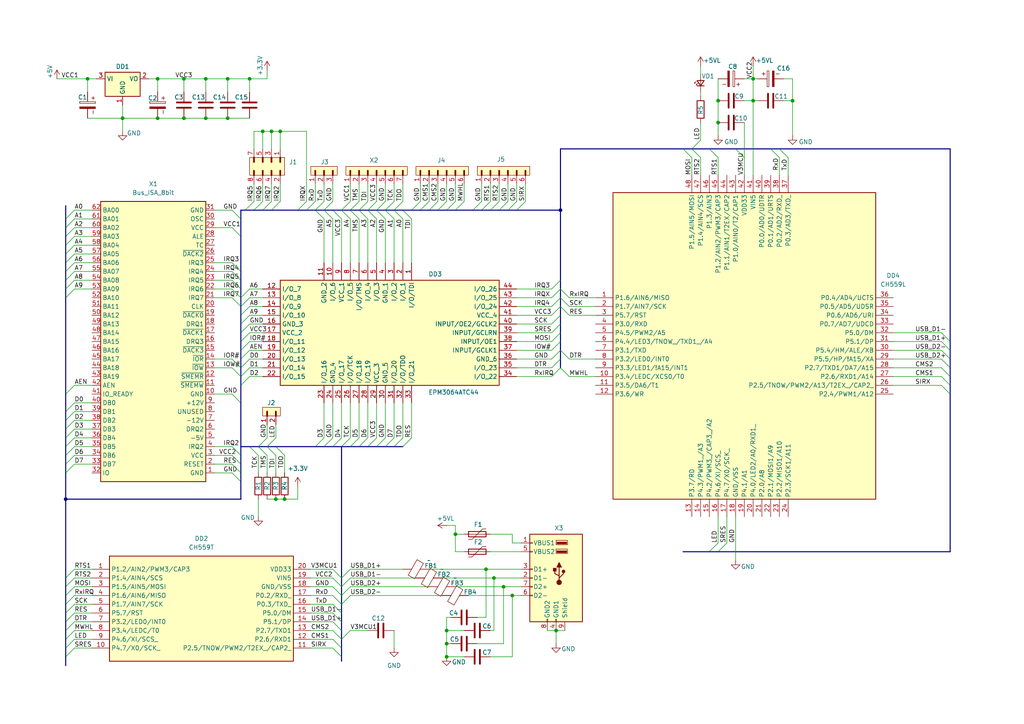
<source format=kicad_sch>
(kicad_sch (version 20250114) (generator "eeschema") (generator_version "9.0")
  (paper "A4")
  (lib_symbols
    (symbol "Connector:Bus_ISA_8bit"
      (property "Reference" "J" (at 0 42.545 0))
      (property "Value" "Bus_ISA_8bit" (at 0 -42.545 0))
      (symbol "Bus_ISA_8bit_1_1"
        (pin power_in line (at -17.78 38.1 0) (length 2.54) (name "GND") (number "1"))
        (pin output line (at -17.78 35.56 0) (length 2.54) (name "RESET") (number "2"))
        (pin power_in line (at -17.78 33.02 0) (length 2.54) (name "VCC") (number "3"))
        (pin passive line (at -17.78 30.48 0) (length 2.54) (name "IRQ2") (number "4"))
        (pin power_in line (at -17.78 27.94 0) (length 2.54) (name "-5V") (number "5"))
        (pin passive line (at -17.78 25.4 0) (length 2.54) (name "DRQ2") (number "6"))
        (pin power_in line (at -17.78 22.86 0) (length 2.54) (name "-12V") (number "7"))
        (pin passive line (at -17.78 20.32 0) (length 2.54) (name "UNUSED") (number "8"))
        (pin power_in line (at -17.78 17.78 0) (length 2.54) (name "+12V") (number "9"))
        (pin power_in line (at -17.78 15.24 0) (length 2.54) (name "GND") (number "10"))
        (pin output line (at -17.78 12.7 0) (length 2.54) (name "~{SMEMW}") (number "11"))
        (pin output line (at -17.78 10.16 0) (length 2.54) (name "~{SMEMR}") (number "12"))
        (pin output line (at -17.78 7.62 0) (length 2.54) (name "~{IOW}") (number "13"))
        (pin output line (at -17.78 5.08 0) (length 2.54) (name "~{IOR}") (number "14"))
        (pin passive line (at -17.78 2.54 0) (length 2.54) (name "~{DACK3}") (number "15"))
        (pin passive line (at -17.78 0 0) (length 2.54) (name "DRQ3") (number "16"))
        (pin passive line (at -17.78 -2.54 0) (length 2.54) (name "~{DACK1}") (number "17"))
        (pin passive line (at -17.78 -5.08 0) (length 2.54) (name "DRQ1") (number "18"))
        (pin passive line (at -17.78 -7.62 0) (length 2.54) (name "~{DACK0}") (number "19"))
        (pin output line (at -17.78 -10.16 0) (length 2.54) (name "CLK") (number "20"))
        (pin passive line (at -17.78 -12.7 0) (length 2.54) (name "IRQ7") (number "21"))
        (pin passive line (at -17.78 -15.24 0) (length 2.54) (name "IRQ6") (number "22"))
        (pin passive line (at -17.78 -17.78 0) (length 2.54) (name "IRQ5") (number "23"))
        (pin passive line (at -17.78 -20.32 0) (length 2.54) (name "IRQ4") (number "24"))
        (pin passive line (at -17.78 -22.86 0) (length 2.54) (name "IRQ3") (number "25"))
        (pin passive line (at -17.78 -25.4 0) (length 2.54) (name "~{DACK2}") (number "26"))
        (pin passive line (at -17.78 -27.94 0) (length 2.54) (name "TC") (number "27"))
        (pin output line (at -17.78 -30.48 0) (length 2.54) (name "ALE") (number "28"))
        (pin power_in line (at -17.78 -33.02 0) (length 2.54) (name "VCC") (number "29"))
        (pin output line (at -17.78 -35.56 0) (length 2.54) (name "OSC") (number "30"))
        (pin power_in line (at -17.78 -38.1 0) (length 2.54) (name "GND") (number "31"))
        (pin passive line (at 17.78 38.1 180) (length 2.54) (name "IO") (number "32"))
        (pin tri_state line (at 17.78 35.56 180) (length 2.54) (name "DB7") (number "33"))
        (pin tri_state line (at 17.78 33.02 180) (length 2.54) (name "DB6") (number "34"))
        (pin tri_state line (at 17.78 30.48 180) (length 2.54) (name "DB5") (number "35"))
        (pin tri_state line (at 17.78 27.94 180) (length 2.54) (name "DB4") (number "36"))
        (pin tri_state line (at 17.78 25.4 180) (length 2.54) (name "DB3") (number "37"))
        (pin tri_state line (at 17.78 22.86 180) (length 2.54) (name "DB2") (number "38"))
        (pin tri_state line (at 17.78 20.32 180) (length 2.54) (name "DB1") (number "39"))
        (pin tri_state line (at 17.78 17.78 180) (length 2.54) (name "DB0") (number "40"))
        (pin passive line (at 17.78 15.24 180) (length 2.54) (name "IO_READY") (number "41"))
        (pin output line (at 17.78 12.7 180) (length 2.54) (name "AEN") (number "42"))
        (pin tri_state line (at 17.78 10.16 180) (length 2.54) (name "BA19") (number "43"))
        (pin tri_state line (at 17.78 7.62 180) (length 2.54) (name "BA18") (number "44"))
        (pin tri_state line (at 17.78 5.08 180) (length 2.54) (name "BA17") (number "45"))
        (pin tri_state line (at 17.78 2.54 180) (length 2.54) (name "BA16") (number "46"))
        (pin tri_state line (at 17.78 0 180) (length 2.54) (name "BA15") (number "47"))
        (pin tri_state line (at 17.78 -2.54 180) (length 2.54) (name "BA14") (number "48"))
        (pin tri_state line (at 17.78 -5.08 180) (length 2.54) (name "BA13") (number "49"))
        (pin tri_state line (at 17.78 -7.62 180) (length 2.54) (name "BA12") (number "50"))
        (pin tri_state line (at 17.78 -10.16 180) (length 2.54) (name "BA11") (number "51"))
        (pin tri_state line (at 17.78 -12.7 180) (length 2.54) (name "BA10") (number "52"))
        (pin tri_state line (at 17.78 -15.24 180) (length 2.54) (name "BA09") (number "53"))
        (pin tri_state line (at 17.78 -17.78 180) (length 2.54) (name "BA08") (number "54"))
        (pin tri_state line (at 17.78 -20.32 180) (length 2.54) (name "BA07") (number "55"))
        (pin tri_state line (at 17.78 -22.86 180) (length 2.54) (name "BA06") (number "56"))
        (pin tri_state line (at 17.78 -25.4 180) (length 2.54) (name "BA05") (number "57"))
        (pin tri_state line (at 17.78 -27.94 180) (length 2.54) (name "BA04") (number "58"))
        (pin tri_state line (at 17.78 -30.48 180) (length 2.54) (name "BA03") (number "59"))
        (pin tri_state line (at 17.78 -33.02 180) (length 2.54) (name "BA02") (number "60"))
        (pin tri_state line (at 17.78 -35.56 180) (length 2.54) (name "BA01") (number "61"))
        (pin tri_state line (at 17.78 -38.1 180) (length 2.54) (name "BA00") (number "62"))
      )
    )
    (symbol "Connector:USB_A_Stacked" (pin_names (offset 1.016))
      (property "Reference" "J" (at 0 15.875 0))
      (property "Value" "USB_A_Stacked" (at 0 13.97 0))
      (symbol "USB_A_Stacked_1_1"
        (pin passive line (at -2.54 -15.24 90) (length 2.54) (name "Shield") (number "9"))
        (pin power_in line (at 0 -15.24 90) (length 2.54) (name "GND1") (number "4"))
        (pin power_in line (at 2.54 -15.24 90) (length 2.54) (name "GND2") (number "8"))
        (pin power_in line (at 10.16 10.16 180) (length 2.54) (name "VBUS1") (number "1"))
        (pin power_in line (at 10.16 7.62 180) (length 2.54) (name "VBUS2") (number "5"))
        (pin bidirectional line (at 10.16 2.54 180) (length 2.54) (name "D1+") (number "3"))
        (pin bidirectional line (at 10.16 0 180) (length 2.54) (name "D1-") (number "2"))
        (pin bidirectional line (at 10.16 -2.54 180) (length 2.54) (name "D2+") (number "7"))
        (pin bidirectional line (at 10.16 -5.08 180) (length 2.54) (name "D2-") (number "6"))
      )
    )
    (symbol "Device:FerriteBead" (pin_numbers (hide yes)) (pin_names (offset 0))
      (property "Reference" "FB" (at -3.81 0.635 90))
      (property "Value" "FerriteBead" (at 3.81 0 90))
      (symbol "FerriteBead_1_1"
        (pin passive line (at 0 3.81 270) (length 2.54) (name "~") (number "1"))
        (pin passive line (at 0 -3.81 90) (length 2.54) (name "~") (number "2"))
      )
    )
    (symbol "PCM_4ms_Power-symbol:+3.3V" (power) (pin_names (offset 0))
      (property "Value" "+3.3V" (at 0 3.556 0))
      (symbol "+3.3V_1_1"
        (pin power_in line (at 0 0 90) (length 0) (hide yes) (name "+3V3") (number "1"))
      )
    )
    (symbol "PCM_4ms_Power-symbol:+5V" (power) (pin_names (offset 0))
      (property "Value" "+5V" (at 0 3.556 0))
      (symbol "+5V_1_1"
        (pin power_in line (at 0 0 90) (length 0) (hide yes) (name "+5V") (number "1"))
      )
    )
    (symbol "PCM_4ms_Power-symbol:GND" (power) (pin_names (offset 0))
      (property "Value" "GND" (at 0 -3.81 0))
      (symbol "GND_1_1"
        (pin power_in line (at 0 0 270) (length 0) (hide yes) (name "GND") (number "1"))
      )
    )
    (symbol "PCM_4ms_Regulator:Polyfuse_3A_15V" (pin_numbers (hide yes)) (pin_names (offset 0))
      (property "Reference" "F" (at -2.54 0 90))
      (property "Value" "Polyfuse_3A_15V" (at 2.54 0 90))
      (symbol "Polyfuse_3A_15V_1_1"
        (pin passive line (at 0 3.81 270) (length 1.27) (name "~") (number "1"))
        (pin passive line (at 0 -3.81 90) (length 1.27) (name "~") (number "2"))
      )
    )
    (symbol "PCM_Capacitor_AKL:C_0805" (pin_numbers (hide yes)) (pin_names (offset 0.254))
      (property "Reference" "C" (at 0.635 2.54 0))
      (property "Value" "C_0805" (at 0.635 -2.54 0))
      (symbol "C_0805_1_1"
        (pin passive line (at 0 3.81 270) (length 2.794) (name "~") (number "1"))
        (pin passive line (at 0 -3.81 90) (length 2.794) (name "~") (number "2"))
      )
      (symbol "C_0805_1_2"
        (pin passive line (at -2.54 -2.54 90) (length 0) (name "~") (number "2"))
        (pin passive line (at 2.54 2.54 270) (length 0) (name "~") (number "1"))
      )
    )
    (symbol "PCM_Capacitor_US_AKL:C_0805" (pin_numbers (hide yes)) (pin_names (offset 0.254))
      (property "Reference" "C" (at 0.635 2.54 0))
      (property "Value" "C_0805" (at 0.635 -2.54 0))
      (symbol "C_0805_1_1"
        (pin passive line (at 0 3.81 270) (length 2.794) (name "~") (number "1"))
        (pin passive line (at 0 -3.81 90) (length 2.794) (name "~") (number "2"))
      )
      (symbol "C_0805_1_2"
        (pin passive line (at -2.54 -2.54 90) (length 0) (name "~") (number "2"))
        (pin passive line (at 2.54 2.54 270) (length 0) (name "~") (number "1"))
      )
    )
    (symbol "PCM_Resistor_AKL:R_0805" (pin_numbers (hide yes)) (pin_names (offset 0))
      (property "Reference" "R" (at 2.54 1.27 0))
      (property "Value" "R_0805" (at 2.54 -1.27 0))
      (symbol "R_0805_1_1"
        (pin passive line (at 0 3.81 270) (length 1.27) (name "~") (number "1"))
        (pin passive line (at 0 -3.81 90) (length 1.27) (name "~") (number "2"))
      )
      (symbol "R_0805_1_2"
        (pin passive line (at -2.54 -2.54 0) (length 0) (name "") (number "2"))
        (pin passive line (at 2.54 2.54 180) (length 0) (name "") (number "1"))
      )
    )
    (symbol "PCM_SL_Capacitors:10uF_16V"
      (property "Reference" "C" (at 0 7.62 0))
      (property "Value" "10uF_16V" (at 0 5.08 0))
      (symbol "10uF_16V_0_0"
        (text "+" (at -2.032 1.524 0) (effects (font (size 1.27 1.27))))
        (text "-" (at 2.032 1.524 0) (effects (font (size 1.27 1.27))))
      )
      (symbol "10uF_16V_1_1"
        (pin passive line (at -3.81 0 0) (length 2.7) (name "~") (number "1"))
        (pin input line (at 3.81 0 180) (length 2.7) (name "~") (number "2"))
      )
    )
    (symbol "PCM_SL_Pin_Headers:PINHD_1x2_Male"
      (property "Reference" "J" (at 0 6.35 0))
      (property "Value" "PINHD_1x2_Male" (at 0 3.81 0))
      (symbol "PINHD_1x2_Male_1_1"
        (pin passive line (at -3.81 1.27 0) (length 2.54) (name "") (number "1"))
        (pin passive line (at -3.81 -1.27 0) (length 2.54) (name "") (number "2"))
      )
    )
    (symbol "PCM_SL_Pin_Headers:PINHD_1x3_Male"
      (property "Reference" "J" (at 0 7.62 0))
      (property "Value" "PINHD_1x3_Male" (at 0 5.08 0))
      (symbol "PINHD_1x3_Male_1_1"
        (pin passive line (at -3.81 2.54 0) (length 2.54) (name "") (number "1"))
        (pin passive line (at -3.81 0 0) (length 2.54) (name "") (number "2"))
        (pin passive line (at -3.81 -2.54 0) (length 2.54) (name "") (number "3"))
      )
    )
    (symbol "PCM_SL_Pin_Headers:PINHD_1x6_Male"
      (property "Reference" "J" (at 0 11.43 0))
      (property "Value" "PINHD_1x6_Male" (at 0 8.89 0))
      (symbol "PINHD_1x6_Male_1_1"
        (pin passive line (at -3.81 6.35 0) (length 2.54) (name "") (number "1"))
        (pin passive line (at -3.81 3.81 0) (length 2.54) (name "") (number "2"))
        (pin passive line (at -3.81 1.27 0) (length 2.54) (name "") (number "3"))
        (pin passive line (at -3.81 -1.27 0) (length 2.54) (name "") (number "4"))
        (pin passive line (at -3.81 -3.81 0) (length 2.54) (name "") (number "5"))
        (pin passive line (at -3.81 -6.35 0) (length 2.54) (name "") (number "6"))
      )
    )
    (symbol "PCM_SL_Pin_Headers:PINHD_1x7_Male"
      (property "Reference" "J" (at 0 12.7 0))
      (property "Value" "PINHD_1x7_Male" (at 0 10.16 0))
      (symbol "PINHD_1x7_Male_1_1"
        (pin passive line (at -3.81 7.62 0) (length 2.54) (name "") (number "1"))
        (pin passive line (at -3.81 5.08 0) (length 2.54) (name "") (number "2"))
        (pin passive line (at -3.81 2.54 0) (length 2.54) (name "") (number "3"))
        (pin passive line (at -3.81 0 0) (length 2.54) (name "") (number "4"))
        (pin passive line (at -3.81 -2.54 0) (length 2.54) (name "") (number "5"))
        (pin passive line (at -3.81 -5.08 0) (length 2.54) (name "") (number "6"))
        (pin passive line (at -3.81 -7.62 0) (length 2.54) (name "") (number "7"))
      )
    )
    (symbol "PCM_SL_Pin_Headers:PINHD_2x4_Male"
      (property "Reference" "J" (at -1.27 8.89 0))
      (property "Value" "PINHD_2x4_Male" (at -1.27 6.35 0))
      (symbol "PINHD_2x4_Male_1_1"
        (pin passive line (at -5.08 3.81 0) (length 2.54) (name "") (number "1"))
        (pin passive line (at -5.08 1.27 0) (length 2.54) (name "") (number "3"))
        (pin passive line (at -5.08 -1.27 0) (length 2.54) (name "") (number "5"))
        (pin passive line (at -5.08 -3.81 0) (length 2.54) (name "") (number "7"))
        (pin passive line (at 5.08 3.81 180) (length 2.54) (name "") (number "2"))
        (pin passive line (at 5.08 1.27 180) (length 2.54) (name "") (number "4"))
        (pin passive line (at 5.08 -1.27 180) (length 2.54) (name "") (number "6"))
        (pin passive line (at 5.08 -3.81 180) (length 2.54) (name "") (number "8"))
      )
    )
    (symbol "PCM_SparkFun-LED:LED" (pin_numbers (hide yes)) (pin_names (offset 1.016) (hide yes))
      (property "Reference" "D" (at 0 2.54 0))
      (property "Value" "LED" (at 0 -2.54 0))
      (symbol "LED_1_1"
        (pin passive line (at -2.54 0 0) (length 1.778) (name "K") (number "1"))
        (pin passive line (at 2.54 0 180) (length 1.778) (name "A") (number "2"))
      )
    )
    (symbol "Regulator_Linear:LM1117DT-3.3"
      (property "Reference" "U" (at -3.81 3.175 0))
      (property "Value" "LM1117DT-3.3" (at 0 3.175 0))
      (symbol "LM1117DT-3.3_1_1"
        (pin power_in line (at -7.62 0 0) (length 2.54) (name "VI") (number "3"))
        (pin power_in line (at 0 -7.62 90) (length 2.54) (name "GND") (number "1"))
        (pin power_out line (at 7.62 0 180) (length 2.54) (name "VO") (number "2"))
      )
    )
    (symbol "SamacSys:CH559L"
      (property "Reference" "VD2" (at 86.36 6.4202 0))
      (property "Value" "CH559L" (at 86.36 3.8802 0))
      (symbol "CH559L_1_1"
        (pin bidirectional line (at 0 0 0) (length 5.08) (name "P1.6/AIN6/MISO") (number "1"))
        (pin bidirectional line (at 0 -2.54 0) (length 5.08) (name "P1.7/AIN7/SCK") (number "2"))
        (pin bidirectional line (at 0 -5.08 0) (length 5.08) (name "P5.7/RST") (number "3"))
        (pin bidirectional line (at 0 -7.62 0) (length 5.08) (name "P3.0/RXD") (number "4"))
        (pin bidirectional line (at 0 -10.16 0) (length 5.08) (name "P4.5/PWM2/A5") (number "5"))
        (pin bidirectional line (at 0 -12.7 0) (length 5.08) (name "P4.4/LED3/TNOW_/TXD1_/A4") (number "6"))
        (pin bidirectional line (at 0 -15.24 0) (length 5.08) (name "P3.1/TXD") (number "7"))
        (pin bidirectional line (at 0 -17.78 0) (length 5.08) (name "P3.2/LED0/INT0") (number "8"))
        (pin bidirectional line (at 0 -20.32 0) (length 5.08) (name "P3.3/LED1/!A15/INT1") (number "9"))
        (pin bidirectional line (at 0 -22.86 0) (length 5.08) (name "P3.4/LEDC/XCS0/T0") (number "10"))
        (pin bidirectional line (at 0 -25.4 0) (length 5.08) (name "P3.5/DA6/T1") (number "11"))
        (pin bidirectional line (at 0 -27.94 0) (length 5.08) (name "P3.6/WR") (number "12"))
        (pin bidirectional line (at 27.94 35.56 270) (length 5.08) (name "P1.5/AIN5/MOSI") (number "48"))
        (pin bidirectional line (at 27.94 -63.5 90) (length 5.08) (name "P3.7/RD") (number "13"))
        (pin bidirectional line (at 30.48 35.56 270) (length 5.08) (name "P1.4/AIN4/SCS") (number "47"))
        (pin bidirectional line (at 30.48 -63.5 90) (length 5.08) (name "P4.3/PWM1_/A3") (number "14"))
        (pin bidirectional line (at 33.02 35.56 270) (length 5.08) (name "P1.3/AIN3") (number "46"))
        (pin bidirectional line (at 33.02 -63.5 90) (length 5.08) (name "P4.2/PWM3_/CAP3_/A2") (number "15"))
        (pin bidirectional line (at 35.56 35.56 270) (length 5.08) (name "P1.2/AIN2/PWM3/CAP3") (number "45"))
        (pin bidirectional line (at 35.56 -63.5 90) (length 5.08) (name "P4.6/XI/SCS_") (number "16"))
        (pin bidirectional line (at 38.1 35.56 270) (length 5.08) (name "P1.1/AIN1/T2EX/CAP2") (number "44"))
        (pin bidirectional line (at 38.1 -63.5 90) (length 5.08) (name "P4.7/X0/SCK_") (number "17"))
        (pin bidirectional line (at 40.64 35.56 270) (length 5.08) (name "P1.0/AIN0/T2/CAP1") (number "43"))
        (pin power_in line (at 40.64 -63.5 90) (length 5.08) (name "GND/VSS") (number "18"))
        (pin power_in line (at 43.18 35.56 270) (length 5.08) (name "VDD33") (number "42"))
        (pin bidirectional line (at 43.18 -63.5 90) (length 5.08) (name "P4.1/A1") (number "19"))
        (pin power_in line (at 45.72 35.56 270) (length 5.08) (name "VIN5") (number "41"))
        (pin bidirectional line (at 45.72 -63.5 90) (length 5.08) (name "P4.0/LED2/A0/RXD1_") (number "20"))
        (pin bidirectional line (at 48.26 35.56 270) (length 5.08) (name "P0.0/AD0/UDTR") (number "40"))
        (pin bidirectional line (at 48.26 -63.5 90) (length 5.08) (name "P2.0/A8") (number "21"))
        (pin bidirectional line (at 50.8 35.56 270) (length 5.08) (name "P0.1/AD1/URTS") (number "39"))
        (pin bidirectional line (at 50.8 -63.5 90) (length 5.08) (name "P2.1/MOSI1/A9") (number "22"))
        (pin bidirectional line (at 53.34 35.56 270) (length 5.08) (name "P0.2/AD2/RXD_") (number "38"))
        (pin bidirectional line (at 53.34 -63.5 90) (length 5.08) (name "P2.2/MISO1/A10") (number "23"))
        (pin bidirectional line (at 55.88 35.56 270) (length 5.08) (name "P0.3/AD3/TXD_") (number "37"))
        (pin bidirectional line (at 55.88 -63.5 90) (length 5.08) (name "P2.3/SCK1/A11") (number "24"))
        (pin bidirectional line (at 86.36 0 180) (length 5.08) (name "P0.4/AD4/UCTS") (number "36"))
        (pin bidirectional line (at 86.36 -2.54 180) (length 5.08) (name "P0.5/AD5/UDSR") (number "35"))
        (pin bidirectional line (at 86.36 -5.08 180) (length 5.08) (name "P0.6/AD6/URI") (number "34"))
        (pin bidirectional line (at 86.36 -7.62 180) (length 5.08) (name "P0.7/AD7/UDCD") (number "33"))
        (pin bidirectional line (at 86.36 -10.16 180) (length 5.08) (name "P5.0/DM") (number "32"))
        (pin bidirectional line (at 86.36 -12.7 180) (length 5.08) (name "P5.1/DP") (number "31"))
        (pin bidirectional line (at 86.36 -15.24 180) (length 5.08) (name "P5.4/HM/ALE/XB") (number "30"))
        (pin bidirectional line (at 86.36 -17.78 180) (length 5.08) (name "P5.5/HP/!A15/XA") (number "29"))
        (pin bidirectional line (at 86.36 -20.32 180) (length 5.08) (name "P2.7/TXD1/DA7/A15") (number "28"))
        (pin bidirectional line (at 86.36 -22.86 180) (length 5.08) (name "P2.6/RXD1/A14") (number "27"))
        (pin bidirectional line (at 86.36 -25.4 180) (length 5.08) (name "P2.5/TNOW/PWM2/A13/T2EX_/CAP2_") (number "26"))
        (pin bidirectional line (at 86.36 -27.94 180) (length 5.08) (name "P2.4/PWM1/A12") (number "25"))
      )
    )
    (symbol "SamacSys:CH559T"
      (property "Reference" "VD2" (at 0 20.32 0))
      (property "Value" "CH559T" (at 0 17.78 0))
      (symbol "CH559T_1_1"
        (pin bidirectional line (at -31.75 11.43 0) (length 5.08) (name "P1.2/AIN2/PWM3/CAP3") (number "1"))
        (pin bidirectional line (at -31.75 8.89 0) (length 5.08) (name "P1.4/AIN4/SCS") (number "2"))
        (pin bidirectional line (at -31.75 6.35 0) (length 5.08) (name "P1.5/AIN5/MOSI") (number "3"))
        (pin bidirectional line (at -31.75 3.81 0) (length 5.08) (name "P1.6/AIN6/MISO") (number "4"))
        (pin bidirectional line (at -31.75 1.27 0) (length 5.08) (name "P1.7/AIN7/SCK") (number "5"))
        (pin bidirectional line (at -31.75 -1.27 0) (length 5.08) (name "P5.7/RST") (number "6"))
        (pin bidirectional line (at -31.75 -3.81 0) (length 5.08) (name "P3.2/LED0/INT0") (number "7"))
        (pin bidirectional line (at -31.75 -6.35 0) (length 5.08) (name "P3.4/LEDC/T0") (number "8"))
        (pin bidirectional line (at -31.75 -8.89 0) (length 5.08) (name "P4.6/XI/SCS_") (number "9"))
        (pin bidirectional line (at -31.75 -11.43 0) (length 5.08) (name "P4.7/X0/SCK_") (number "10"))
        (pin bidirectional line (at 31.75 11.43 180) (length 5.08) (name "VDD33") (number "20"))
        (pin bidirectional line (at 31.75 8.89 180) (length 5.08) (name "VIN5") (number "19"))
        (pin bidirectional line (at 31.75 6.35 180) (length 5.08) (name "GND/VSS") (number "18"))
        (pin bidirectional line (at 31.75 3.81 180) (length 5.08) (name "P0.2/RXD_") (number "17"))
        (pin bidirectional line (at 31.75 1.27 180) (length 5.08) (name "P0.3/TXD_") (number "16"))
        (pin bidirectional line (at 31.75 -1.27 180) (length 5.08) (name "P5.0/DM") (number "15"))
        (pin bidirectional line (at 31.75 -3.81 180) (length 5.08) (name "P5.1/DP") (number "14"))
        (pin bidirectional line (at 31.75 -6.35 180) (length 5.08) (name "P2.7/TXD1") (number "13"))
        (pin bidirectional line (at 31.75 -8.89 180) (length 5.08) (name "P2.6/RXD1") (number "12"))
        (pin bidirectional line (at 31.75 -11.43 180) (length 5.08) (name "P2.5/TNOW/PWM2/T2EX_/CAP2_") (number "11"))
      )
    )
    (symbol "SamacSys:EPM3032ATC44-4N"
      (property "Reference" "IC" (at 36.83 30.48 0))
      (property "Value" "EPM3032ATC44-4N" (at 36.83 27.94 0))
      (symbol "EPM3032ATC44-4N_1_1"
        (pin passive line (at 0 0 0) (length 5.08) (name "I/O/TDI") (number "1"))
        (pin passive line (at 0 -2.54 0) (length 5.08) (name "I/O_1") (number "2"))
        (pin passive line (at 0 -5.08 0) (length 5.08) (name "I/O_2") (number "3"))
        (pin passive line (at 0 -7.62 0) (length 5.08) (name "GND_1") (number "4"))
        (pin passive line (at 0 -10.16 0) (length 5.08) (name "I/O_3") (number "5"))
        (pin passive line (at 0 -12.7 0) (length 5.08) (name "I/O_4") (number "6"))
        (pin passive line (at 0 -15.24 0) (length 5.08) (name "I/O/TMS") (number "7"))
        (pin passive line (at 0 -17.78 0) (length 5.08) (name "I/O_5") (number "8"))
        (pin passive line (at 0 -20.32 0) (length 5.08) (name "VCC_1") (number "9"))
        (pin passive line (at 0 -22.86 0) (length 5.08) (name "I/O_6") (number "10"))
        (pin passive line (at 0 -25.4 0) (length 5.08) (name "GND_2") (number "11"))
        (pin passive line (at 7.62 30.48 270) (length 5.08) (name "I/O_26") (number "44"))
        (pin passive line (at 7.62 -43.18 90) (length 5.08) (name "I/O_7") (number "12"))
        (pin passive line (at 10.16 30.48 270) (length 5.08) (name "I/O_25") (number "43"))
        (pin passive line (at 10.16 -43.18 90) (length 5.08) (name "I/O_8") (number "13"))
        (pin passive line (at 12.7 30.48 270) (length 5.08) (name "I/O_24") (number "42"))
        (pin passive line (at 12.7 -43.18 90) (length 5.08) (name "I/O_9") (number "14"))
        (pin passive line (at 15.24 30.48 270) (length 5.08) (name "VCC_4") (number "41"))
        (pin passive line (at 15.24 -43.18 90) (length 5.08) (name "I/O_10") (number "15"))
        (pin passive line (at 17.78 30.48 270) (length 5.08) (name "INPUT/OE2/GCLK2") (number "40"))
        (pin passive line (at 17.78 -43.18 90) (length 5.08) (name "GND_3") (number "16"))
        (pin passive line (at 20.32 30.48 270) (length 5.08) (name "INPUT/GCLRN") (number "39"))
        (pin passive line (at 20.32 -43.18 90) (length 5.08) (name "VCC_2") (number "17"))
        (pin passive line (at 22.86 30.48 270) (length 5.08) (name "INPUT/OE1") (number "38"))
        (pin passive line (at 22.86 -43.18 90) (length 5.08) (name "I/O_11") (number "18"))
        (pin passive line (at 25.4 30.48 270) (length 5.08) (name "INPUT/GCLK1") (number "37"))
        (pin passive line (at 25.4 -43.18 90) (length 5.08) (name "I/O_12") (number "19"))
        (pin passive line (at 27.94 30.48 270) (length 5.08) (name "GND_6") (number "36"))
        (pin passive line (at 27.94 -43.18 90) (length 5.08) (name "I/O_13") (number "20"))
        (pin passive line (at 30.48 30.48 270) (length 5.08) (name "I/O_23") (number "35"))
        (pin passive line (at 30.48 -43.18 90) (length 5.08) (name "I/O_14") (number "21"))
        (pin passive line (at 33.02 30.48 270) (length 5.08) (name "I/O_22") (number "34"))
        (pin passive line (at 33.02 -43.18 90) (length 5.08) (name "I/O_15") (number "22"))
        (pin passive line (at 40.64 0 180) (length 5.08) (name "I/O_21") (number "33"))
        (pin passive line (at 40.64 -2.54 180) (length 5.08) (name "I/O/TDO") (number "32"))
        (pin passive line (at 40.64 -5.08 180) (length 5.08) (name "I/O_20") (number "31"))
        (pin passive line (at 40.64 -7.62 180) (length 5.08) (name "GND_5") (number "30"))
        (pin passive line (at 40.64 -10.16 180) (length 5.08) (name "VCC_3") (number "29"))
        (pin passive line (at 40.64 -12.7 180) (length 5.08) (name "I/O_19") (number "28"))
        (pin passive line (at 40.64 -15.24 180) (length 5.08) (name "I/O_18") (number "27"))
        (pin passive line (at 40.64 -17.78 180) (length 5.08) (name "I/O/TCK") (number "26"))
        (pin passive line (at 40.64 -20.32 180) (length 5.08) (name "I/O_17") (number "25"))
        (pin passive line (at 40.64 -22.86 180) (length 5.08) (name "GND_4") (number "24"))
        (pin passive line (at 40.64 -25.4 180) (length 5.08) (name "I/O_16") (number "23"))
      )
    )
    (symbol "power:+5VL" (power) (pin_numbers (hide yes)) (pin_names (offset 0) (hide yes))
      (property "Value" "+5VL" (at 0 3.556 0))
      (symbol "+5VL_1_1"
        (pin power_in line (at 0 0 90) (length 0) (name "~") (number "1"))
      )
    )
  )
  (junction (at 143.2679 167.64))
  (junction (at 129.54 190.5))
  (junction (at 129.54 182.88))
  (junction (at 132.08 154.94))
  (junction (at 45.72 34.29))
  (junction (at 19.05 144.78))
  (junction (at 59.69 22.86))
  (junction (at 208.28 35.56))
  (junction (at 66.04 34.29))
  (junction (at 218.44 22.86))
  (junction (at 129.54 186.69))
  (junction (at 162.56 60.96))
  (junction (at 78.74 38.1))
  (junction (at 72.39 22.86))
  (junction (at 148.59 172.72))
  (junction (at 140.97 165.1))
  (junction (at 229.87 29.21))
  (junction (at 53.34 22.86))
  (junction (at 76.2 38.1))
  (junction (at 66.04 22.86))
  (junction (at 80.01 144.78))
  (junction (at 45.72 22.86))
  (junction (at 218.44 29.21))
  (junction (at 161.29 182.88))
  (junction (at 146.05 170.18))
  (junction (at 208.28 29.21))
  (junction (at 59.69 34.29))
  (junction (at 82.55 144.78))
  (junction (at 35.56 34.29))
  (junction (at 25.4 22.86))
  (junction (at 53.34 34.29))
  (junction (at 81.28 38.1))
  (bus_entry (at 203.2 45.72) (size -2.54 -2.54))
  (bus_entry (at 21.59 170.18) (size -2.54 2.54))
  (bus_entry (at 96.52 167.64) (size 2.54 2.54))
  (bus_entry (at 160.02 109.22) (size 2.54 -2.54))
  (bus_entry (at 72.39 96.52) (size -2.54 2.54))
  (bus_entry (at 21.59 134.62) (size -2.54 2.54))
  (bus_entry (at 21.59 165.1) (size -2.54 2.54))
  (bus_entry (at 273.05 96.52) (size 2.54 2.54))
  (bus_entry (at 21.59 180.34) (size -2.54 2.54))
  (bus_entry (at 72.39 109.22) (size -2.54 2.54))
  (bus_entry (at 72.39 88.9) (size -2.54 2.54))
  (bus_entry (at 273.05 109.22) (size 2.54 2.54))
  (bus_entry (at 96.52 177.8) (size 2.54 2.54))
  (bus_entry (at 273.05 101.6) (size 2.54 2.54))
  (bus_entry (at 96.52 172.72) (size 2.54 2.54))
  (bus_entry (at 273.05 111.76) (size 2.54 2.54))
  (bus_entry (at 93.98 127) (size -2.54 2.54))
  (bus_entry (at 101.6 165.1) (size -2.54 2.54))
  (bus_entry (at 101.6 170.18) (size -2.54 2.54))
  (bus_entry (at 72.39 104.14) (size -2.54 2.54))
  (bus_entry (at 228.6 45.72) (size -2.54 -2.54))
  (bus_entry (at 101.6 172.72) (size -2.54 2.54))
  (bus_entry (at 21.59 68.58) (size -2.54 2.54))
  (bus_entry (at 72.39 106.68) (size -2.54 2.54))
  (bus_entry (at 21.59 175.26) (size -2.54 2.54))
  (bus_entry (at 72.39 99.06) (size -2.54 2.54))
  (bus_entry (at 210.82 157.48) (size -2.54 2.54))
  (bus_entry (at 160.02 93.98) (size 2.54 -2.54))
  (bus_entry (at 119.38 127) (size -2.54 2.54))
  (bus_entry (at 160.02 99.06) (size 2.54 -2.54))
  (bus_entry (at 80.01 127) (size -2.54 2.54))
  (bus_entry (at 116.84 127) (size -2.54 2.54))
  (bus_entry (at 81.28 58.42) (size -2.54 2.54))
  (bus_entry (at 104.14 127) (size -2.54 2.54))
  (bus_entry (at 160.02 86.36) (size 2.54 -2.54))
  (bus_entry (at 106.68 58.42) (size -2.54 2.54))
  (bus_entry (at 101.6 127) (size -2.54 2.54))
  (bus_entry (at 91.44 58.42) (size -2.54 2.54))
  (bus_entry (at 116.84 63.5) (size -2.54 -2.54))
  (bus_entry (at 160.02 91.44) (size 2.54 -2.54))
  (bus_entry (at 273.05 104.14) (size 2.54 2.54))
  (bus_entry (at 109.22 127) (size -2.54 2.54))
  (bus_entry (at 114.3 127) (size -2.54 2.54))
  (bus_entry (at 88.9 58.42) (size -2.54 2.54))
  (bus_entry (at 21.59 66.04) (size -2.54 2.54))
  (bus_entry (at 93.98 63.5) (size -2.54 -2.54))
  (bus_entry (at 160.02 106.68) (size 2.54 -2.54))
  (bus_entry (at 116.84 58.42) (size -2.54 2.54))
  (bus_entry (at 72.39 91.44) (size -2.54 2.54))
  (bus_entry (at 67.31 132.08) (size 2.54 2.54))
  (bus_entry (at 165.1 86.36) (size -2.54 -2.54))
  (bus_entry (at 106.68 127) (size -2.54 2.54))
  (bus_entry (at 72.39 101.6) (size -2.54 2.54))
  (bus_entry (at 208.28 45.72) (size -2.54 -2.54))
  (bus_entry (at 67.31 66.04) (size 2.54 2.54))
  (bus_entry (at 21.59 167.64) (size -2.54 2.54))
  (bus_entry (at 72.39 93.98) (size -2.54 2.54))
  (bus_entry (at 96.52 182.88) (size 2.54 2.54))
  (bus_entry (at 80.01 132.08) (size -2.54 -2.54))
  (bus_entry (at 67.31 129.54) (size 2.54 2.54))
  (bus_entry (at 78.74 58.42) (size -2.54 2.54))
  (bus_entry (at 21.59 172.72) (size -2.54 2.54))
  (bus_entry (at 111.76 127) (size -2.54 2.54))
  (bus_entry (at 200.66 45.72) (size -2.54 -2.54))
  (bus_entry (at 101.6 58.42) (size -2.54 2.54))
  (bus_entry (at 226.06 45.72) (size -2.54 -2.54))
  (bus_entry (at 67.31 78.74) (size 2.54 2.54))
  (bus_entry (at 21.59 177.8) (size -2.54 2.54))
  (bus_entry (at 96.52 185.42) (size 2.54 2.54))
  (bus_entry (at 160.02 101.6) (size 2.54 -2.54))
  (bus_entry (at 77.47 132.08) (size -2.54 -2.54))
  (bus_entry (at 96.52 175.26) (size 2.54 2.54))
  (bus_entry (at 101.6 63.5) (size -2.54 -2.54))
  (bus_entry (at 124.46 58.42) (size -2.54 2.54))
  (bus_entry (at 21.59 83.82) (size -2.54 2.54))
  (bus_entry (at 21.59 127) (size -2.54 2.54))
  (bus_entry (at 93.98 58.42) (size -2.54 2.54))
  (bus_entry (at 21.59 121.92) (size -2.54 2.54))
  (bus_entry (at 96.52 63.5) (size -2.54 -2.54))
  (bus_entry (at 165.1 88.9) (size -2.54 -2.54))
  (bus_entry (at 99.06 127) (size -2.54 2.54))
  (bus_entry (at 76.2 58.42) (size -2.54 2.54))
  (bus_entry (at 101.6 182.88) (size -2.54 2.54))
  (bus_entry (at 21.59 76.2) (size -2.54 2.54))
  (bus_entry (at 144.78 58.42) (size -2.54 2.54))
  (bus_entry (at 165.1 104.14) (size -2.54 -2.54))
  (bus_entry (at 160.02 83.82) (size 2.54 -2.54))
  (bus_entry (at 132.08 58.42) (size -2.54 2.54))
  (bus_entry (at 109.22 58.42) (size -2.54 2.54))
  (bus_entry (at 21.59 73.66) (size -2.54 2.54))
  (bus_entry (at 21.59 60.96) (size -2.54 2.54))
  (bus_entry (at 273.05 99.06) (size 2.54 2.54))
  (bus_entry (at 165.1 91.44) (size -2.54 -2.54))
  (bus_entry (at 21.59 185.42) (size -2.54 2.54))
  (bus_entry (at 74.93 132.08) (size -2.54 -2.54))
  (bus_entry (at 149.86 58.42) (size -2.54 2.54))
  (bus_entry (at 111.76 63.5) (size -2.54 -2.54))
  (bus_entry (at 21.59 63.5) (size -2.54 2.54))
  (bus_entry (at 21.59 119.38) (size -2.54 2.54))
  (bus_entry (at 111.76 58.42) (size -2.54 2.54))
  (bus_entry (at 21.59 111.76) (size -2.54 2.54))
  (bus_entry (at 67.31 81.28) (size 2.54 2.54))
  (bus_entry (at 160.02 104.14) (size 2.54 -2.54))
  (bus_entry (at 67.31 83.82) (size 2.54 2.54))
  (bus_entry (at 121.92 58.42) (size -2.54 2.54))
  (bus_entry (at 21.59 116.84) (size -2.54 2.54))
  (bus_entry (at 21.59 129.54) (size -2.54 2.54))
  (bus_entry (at 73.66 58.42) (size -2.54 2.54))
  (bus_entry (at 119.38 63.5) (size -2.54 -2.54))
  (bus_entry (at 77.47 127) (size -2.54 2.54))
  (bus_entry (at 142.24 58.42) (size -2.54 2.54))
  (bus_entry (at 21.59 187.96) (size -2.54 2.54))
  (bus_entry (at 21.59 182.88) (size -2.54 2.54))
  (bus_entry (at 67.31 60.96) (size 2.54 2.54))
  (bus_entry (at 139.7 58.42) (size -2.54 2.54))
  (bus_entry (at 72.39 83.82) (size -2.54 2.54))
  (bus_entry (at 67.31 114.3) (size 2.54 2.54))
  (bus_entry (at 96.52 58.42) (size -2.54 2.54))
  (bus_entry (at 96.52 127) (size -2.54 2.54))
  (bus_entry (at 67.31 106.68) (size 2.54 2.54))
  (bus_entry (at 21.59 71.12) (size -2.54 2.54))
  (bus_entry (at 104.14 63.5) (size -2.54 -2.54))
  (bus_entry (at 21.59 124.46) (size -2.54 2.54))
  (bus_entry (at 152.4 58.42) (size -2.54 2.54))
  (bus_entry (at 134.62 58.42) (size -2.54 2.54))
  (bus_entry (at 21.59 78.74) (size -2.54 2.54))
  (bus_entry (at 67.31 134.62) (size 2.54 2.54))
  (bus_entry (at 208.28 157.48) (size -2.54 2.54))
  (bus_entry (at 67.31 86.36) (size 2.54 2.54))
  (bus_entry (at 165.1 109.22) (size -2.54 -2.54))
  (bus_entry (at 96.52 170.18) (size 2.54 2.54))
  (bus_entry (at 213.36 43.18) (size 2.54 2.54))
  (bus_entry (at 127 58.42) (size -2.54 2.54))
  (bus_entry (at 129.54 58.42) (size -2.54 2.54))
  (bus_entry (at 106.68 63.5) (size -2.54 -2.54))
  (bus_entry (at 21.59 132.08) (size -2.54 2.54))
  (bus_entry (at 160.02 88.9) (size 2.54 -2.54))
  (bus_entry (at 160.02 96.52) (size 2.54 -2.54))
  (bus_entry (at 67.31 104.14) (size 2.54 2.54))
  (bus_entry (at 114.3 63.5) (size -2.54 -2.54))
  (bus_entry (at 147.32 58.42) (size -2.54 2.54))
  (bus_entry (at 96.52 180.34) (size 2.54 2.54))
  (bus_entry (at 96.52 165.1) (size 2.54 2.54))
  (bus_entry (at 96.52 187.96) (size 2.54 2.54))
  (bus_entry (at 273.05 106.68) (size 2.54 2.54))
  (bus_entry (at 21.59 81.28) (size -2.54 2.54))
  (bus_entry (at 109.22 63.5) (size -2.54 -2.54))
  (bus_entry (at 82.55 132.08) (size -2.54 -2.54))
  (bus_entry (at 99.06 63.5) (size -2.54 -2.54))
  (bus_entry (at 72.39 86.36) (size -2.54 2.54))
  (bus_entry (at 67.31 137.16) (size 2.54 2.54))
  (bus_entry (at 104.14 58.42) (size -2.54 2.54))
  (bus_entry (at 114.3 58.42) (size -2.54 2.54))
  (bus_entry (at 67.31 76.2) (size 2.54 2.54))
  (bus_entry (at 101.6 167.64) (size -2.54 2.54))
  (bus_entry (at 203.2 40.64) (size -2.54 2.54))
  (wire (pts (xy 80.01 144.78) (xy 82.55 144.78)))
  (bus (pts (xy 19.05 81.28) (xy 19.05 83.82)))
  (wire (pts (xy 45.72 22.86) (xy 53.34 22.86)))
  (wire (pts (xy 77.47 123.19) (xy 77.47 127)))
  (wire (pts (xy 66.04 22.86) (xy 72.39 22.86)))
  (wire (pts (xy 21.59 81.28) (xy 26.67 81.28)))
  (wire (pts (xy 165.1 86.36) (xy 172.72 86.36)))
  (bus (pts (xy 124.46 60.96) (xy 127 60.96)))
  (wire (pts (xy 45.72 34.29) (xy 53.34 34.29)))
  (bus (pts (xy 69.85 134.62) (xy 69.85 137.16)))
  (wire (pts (xy 21.59 177.8) (xy 26.67 177.8)))
  (wire (pts (xy 21.59 127) (xy 26.67 127)))
  (bus (pts (xy 69.85 63.5) (xy 69.85 68.58)))
  (wire (pts (xy 129.54 53.34) (xy 129.54 58.42)))
  (bus (pts (xy 19.05 180.34) (xy 19.05 182.88)))
  (wire (pts (xy 129.54 179.07) (xy 130.81 179.07)))
  (wire (pts (xy 82.55 144.78) (xy 86.36 144.78)))
  (bus (pts (xy 121.92 60.96) (xy 124.46 60.96)))
  (bus (pts (xy 104.14 60.96) (xy 106.68 60.96)))
  (bus (pts (xy 69.85 93.98) (xy 69.85 96.52)))
  (wire (pts (xy 21.59 134.62) (xy 26.67 134.62)))
  (bus (pts (xy 19.05 63.5) (xy 19.05 66.04)))
  (wire (pts (xy 62.23 86.36) (xy 67.31 86.36)))
  (wire (pts (xy 72.39 96.52) (xy 76.2 96.52)))
  (bus (pts (xy 162.56 99.06) (xy 162.56 101.6)))
  (wire (pts (xy 109.22 53.34) (xy 109.22 58.42)))
  (bus (pts (xy 96.52 60.96) (xy 99.06 60.96)))
  (bus (pts (xy 19.05 144.78) (xy 19.05 167.64)))
  (wire (pts (xy 203.2 45.72) (xy 203.2 50.8)))
  (wire (pts (xy 161.29 182.88) (xy 161.29 186.69)))
  (bus (pts (xy 99.06 175.26) (xy 99.06 177.8)))
  (wire (pts (xy 143.2679 182.88) (xy 142.24 182.88)))
  (bus (pts (xy 96.52 129.54) (xy 99.06 129.54)))
  (wire (pts (xy 226.06 45.72) (xy 226.06 50.8)))
  (bus (pts (xy 19.05 144.78) (xy 69.85 144.78)))
  (wire (pts (xy 35.56 30.48) (xy 35.56 34.29)))
  (bus (pts (xy 205.74 43.18) (xy 213.36 43.18)))
  (wire (pts (xy 101.6 63.5) (xy 101.6 76.2)))
  (wire (pts (xy 116.84 116.84) (xy 116.84 127)))
  (wire (pts (xy 25.4 22.86) (xy 27.94 22.86)))
  (bus (pts (xy 162.56 60.96) (xy 162.56 43.18)))
  (bus (pts (xy 69.85 139.7) (xy 69.85 144.78)))
  (wire (pts (xy 96.52 63.5) (xy 96.52 76.2)))
  (wire (pts (xy 45.72 22.86) (xy 45.72 26.67)))
  (wire (pts (xy 149.86 91.44) (xy 160.02 91.44)))
  (wire (pts (xy 142.24 154.94) (xy 148.59 154.94)))
  (wire (pts (xy 104.14 53.34) (xy 104.14 58.42)))
  (wire (pts (xy 208.28 29.21) (xy 208.28 35.56)))
  (wire (pts (xy 215.9 35.56) (xy 215.9 45.72)))
  (wire (pts (xy 218.44 19.05) (xy 218.44 22.86)))
  (bus (pts (xy 99.06 167.64) (xy 99.06 170.18)))
  (bus (pts (xy 99.06 185.42) (xy 99.06 187.96)))
  (bus (pts (xy 19.05 68.58) (xy 19.05 71.12)))
  (wire (pts (xy 21.59 170.18) (xy 26.67 170.18)))
  (wire (pts (xy 152.4 53.34) (xy 152.4 58.42)))
  (wire (pts (xy 62.23 132.08) (xy 67.31 132.08)))
  (bus (pts (xy 19.05 119.38) (xy 19.05 121.92)))
  (wire (pts (xy 165.1 109.22) (xy 172.72 109.22)))
  (wire (pts (xy 90.17 172.72) (xy 96.52 172.72)))
  (wire (pts (xy 86.36 140.97) (xy 86.36 144.78)))
  (bus (pts (xy 19.05 172.72) (xy 19.05 175.26)))
  (wire (pts (xy 72.39 22.86) (xy 77.47 22.86)))
  (wire (pts (xy 203.2 19.05) (xy 203.2 21.59)))
  (wire (pts (xy 62.23 137.16) (xy 67.31 137.16)))
  (bus (pts (xy 132.08 60.96) (xy 137.16 60.96)))
  (wire (pts (xy 104.14 63.5) (xy 104.14 76.2)))
  (wire (pts (xy 72.39 99.06) (xy 76.2 99.06)))
  (wire (pts (xy 116.84 53.34) (xy 116.84 58.42)))
  (wire (pts (xy 148.59 172.72) (xy 151.13 172.72)))
  (bus (pts (xy 19.05 127) (xy 19.05 129.54)))
  (wire (pts (xy 53.34 22.86) (xy 59.69 22.86)))
  (wire (pts (xy 229.87 22.86) (xy 229.87 29.21)))
  (bus (pts (xy 69.85 129.54) (xy 72.39 129.54)))
  (wire (pts (xy 134.62 190.5) (xy 129.54 190.5)))
  (wire (pts (xy 59.69 22.86) (xy 66.04 22.86)))
  (bus (pts (xy 205.74 160.02) (xy 208.28 160.02)))
  (wire (pts (xy 25.4 22.86) (xy 25.4 26.67)))
  (bus (pts (xy 109.22 129.54) (xy 111.76 129.54)))
  (bus (pts (xy 19.05 129.54) (xy 19.05 132.08)))
  (wire (pts (xy 101.6 53.34) (xy 101.6 58.42)))
  (wire (pts (xy 72.39 93.98) (xy 76.2 93.98)))
  (wire (pts (xy 165.1 88.9) (xy 172.72 88.9)))
  (bus (pts (xy 69.85 116.84) (xy 69.85 132.08)))
  (wire (pts (xy 148.59 154.94) (xy 148.59 157.48)))
  (bus (pts (xy 69.85 88.9) (xy 69.85 91.44)))
  (bus (pts (xy 162.56 91.44) (xy 162.56 93.98)))
  (wire (pts (xy 81.28 38.1) (xy 88.9 38.1)))
  (bus (pts (xy 19.05 86.36) (xy 19.05 114.3)))
  (bus (pts (xy 162.56 101.6) (xy 162.56 104.14)))
  (wire (pts (xy 72.39 109.22) (xy 76.2 109.22)))
  (wire (pts (xy 140.97 165.1) (xy 151.13 165.1)))
  (wire (pts (xy 96.52 116.84) (xy 96.52 127)))
  (wire (pts (xy 35.56 34.29) (xy 35.56 38.1)))
  (bus (pts (xy 119.38 60.96) (xy 121.92 60.96)))
  (bus (pts (xy 162.56 83.82) (xy 162.56 86.36)))
  (bus (pts (xy 99.06 129.54) (xy 101.6 129.54)))
  (wire (pts (xy 165.1 91.44) (xy 172.72 91.44)))
  (bus (pts (xy 127 60.96) (xy 129.54 60.96)))
  (bus (pts (xy 19.05 190.5) (xy 19.05 193.04)))
  (wire (pts (xy 66.04 22.86) (xy 66.04 26.67)))
  (bus (pts (xy 69.85 104.14) (xy 69.85 106.68)))
  (wire (pts (xy 21.59 76.2) (xy 26.67 76.2)))
  (bus (pts (xy 78.74 60.96) (xy 86.36 60.96)))
  (wire (pts (xy 72.39 86.36) (xy 76.2 86.36)))
  (wire (pts (xy 106.68 63.5) (xy 106.68 76.2)))
  (bus (pts (xy 144.78 60.96) (xy 147.32 60.96)))
  (wire (pts (xy 62.23 66.04) (xy 67.31 66.04)))
  (bus (pts (xy 73.66 60.96) (xy 76.2 60.96)))
  (wire (pts (xy 73.66 53.34) (xy 73.66 58.42)))
  (wire (pts (xy 76.2 38.1) (xy 78.74 38.1)))
  (wire (pts (xy 129.54 152.4) (xy 132.08 152.4)))
  (wire (pts (xy 208.28 22.86) (xy 208.28 29.21)))
  (wire (pts (xy 229.87 29.21) (xy 229.87 39.37)))
  (wire (pts (xy 21.59 167.64) (xy 26.67 167.64)))
  (wire (pts (xy 203.2 26.67) (xy 203.2 27.94)))
  (wire (pts (xy 21.59 68.58) (xy 26.67 68.58)))
  (wire (pts (xy 88.9 38.1) (xy 88.9 58.42)))
  (wire (pts (xy 21.59 129.54) (xy 26.67 129.54)))
  (wire (pts (xy 128.27 167.64) (xy 143.2679 167.64)))
  (bus (pts (xy 111.76 129.54) (xy 114.3 129.54)))
  (wire (pts (xy 77.47 132.08) (xy 77.47 137.16)))
  (bus (pts (xy 19.05 137.16) (xy 19.05 144.78)))
  (bus (pts (xy 162.56 81.28) (xy 162.56 83.82)))
  (bus (pts (xy 162.56 88.9) (xy 162.56 91.44)))
  (wire (pts (xy 62.23 129.54) (xy 67.31 129.54)))
  (bus (pts (xy 19.05 83.82) (xy 19.05 86.36)))
  (bus (pts (xy 69.85 137.16) (xy 69.85 139.7)))
  (bus (pts (xy 69.85 86.36) (xy 69.85 88.9)))
  (wire (pts (xy 165.1 104.14) (xy 172.72 104.14)))
  (wire (pts (xy 161.29 182.88) (xy 163.83 182.88)))
  (bus (pts (xy 116.84 60.96) (xy 119.38 60.96)))
  (bus (pts (xy 198.12 43.18) (xy 200.66 43.18)))
  (bus (pts (xy 137.16 60.96) (xy 139.7 60.96)))
  (wire (pts (xy 116.84 63.5) (xy 116.84 76.2)))
  (wire (pts (xy 129.54 182.88) (xy 134.62 182.88)))
  (bus (pts (xy 162.56 96.52) (xy 162.56 99.06)))
  (wire (pts (xy 91.44 53.34) (xy 91.44 58.42)))
  (bus (pts (xy 91.44 60.96) (xy 93.98 60.96)))
  (wire (pts (xy 208.28 45.72) (xy 208.28 50.8)))
  (wire (pts (xy 21.59 111.76) (xy 26.67 111.76)))
  (wire (pts (xy 124.46 165.1) (xy 140.97 165.1)))
  (bus (pts (xy 69.85 81.28) (xy 69.85 83.82)))
  (wire (pts (xy 147.32 53.34) (xy 147.32 58.42)))
  (wire (pts (xy 149.86 96.52) (xy 160.02 96.52)))
  (bus (pts (xy 69.85 132.08) (xy 69.85 134.62)))
  (wire (pts (xy 81.28 38.1) (xy 81.28 43.18)))
  (wire (pts (xy 21.59 172.72) (xy 26.67 172.72)))
  (bus (pts (xy 200.66 43.18) (xy 205.74 43.18)))
  (wire (pts (xy 148.59 157.48) (xy 151.13 157.48)))
  (bus (pts (xy 208.28 160.02) (xy 275.59 160.02)))
  (wire (pts (xy 149.86 88.9) (xy 160.02 88.9)))
  (wire (pts (xy 90.17 185.42) (xy 96.52 185.42)))
  (wire (pts (xy 132.08 160.02) (xy 132.08 154.94)))
  (wire (pts (xy 119.38 116.84) (xy 119.38 127)))
  (wire (pts (xy 73.66 38.1) (xy 76.2 38.1)))
  (wire (pts (xy 21.59 180.34) (xy 26.67 180.34)))
  (wire (pts (xy 78.74 38.1) (xy 78.74 43.18)))
  (wire (pts (xy 259.08 96.52) (xy 273.05 96.52)))
  (bus (pts (xy 99.06 180.34) (xy 99.06 182.88)))
  (wire (pts (xy 215.9 29.21) (xy 218.44 29.21)))
  (wire (pts (xy 158.75 182.88) (xy 161.29 182.88)))
  (wire (pts (xy 21.59 116.84) (xy 26.67 116.84)))
  (wire (pts (xy 77.47 144.78) (xy 80.01 144.78)))
  (bus (pts (xy 69.85 96.52) (xy 69.85 99.06)))
  (wire (pts (xy 21.59 60.96) (xy 26.67 60.96)))
  (wire (pts (xy 129.54 190.5) (xy 129.54 186.69)))
  (bus (pts (xy 101.6 60.96) (xy 104.14 60.96)))
  (wire (pts (xy 21.59 78.74) (xy 26.67 78.74)))
  (wire (pts (xy 77.47 20.32) (xy 77.47 22.86)))
  (bus (pts (xy 162.56 93.98) (xy 162.56 96.52)))
  (wire (pts (xy 93.98 116.84) (xy 93.98 127)))
  (wire (pts (xy 143.2679 167.64) (xy 151.13 167.64)))
  (bus (pts (xy 104.14 129.54) (xy 106.68 129.54)))
  (wire (pts (xy 114.3 116.84) (xy 114.3 127)))
  (wire (pts (xy 101.6 182.88) (xy 106.6341 182.88)))
  (bus (pts (xy 275.59 106.68) (xy 275.59 109.22)))
  (bus (pts (xy 106.68 129.54) (xy 109.22 129.54)))
  (wire (pts (xy 21.59 83.82) (xy 26.67 83.82)))
  (wire (pts (xy 142.24 160.02) (xy 151.13 160.02)))
  (wire (pts (xy 149.86 101.6) (xy 160.02 101.6)))
  (bus (pts (xy 99.06 129.54) (xy 99.06 167.64)))
  (bus (pts (xy 275.59 104.14) (xy 275.59 106.68)))
  (wire (pts (xy 82.55 132.08) (xy 82.55 137.16)))
  (wire (pts (xy 114.3 182.88) (xy 114.2541 182.88)))
  (wire (pts (xy 259.08 111.76) (xy 273.05 111.76)))
  (wire (pts (xy 21.59 165.1) (xy 26.67 165.1)))
  (wire (pts (xy 74.93 132.08) (xy 74.93 137.16)))
  (wire (pts (xy 59.69 22.86) (xy 59.69 26.67)))
  (bus (pts (xy 19.05 187.96) (xy 19.05 190.5)))
  (wire (pts (xy 53.34 34.29) (xy 59.69 34.29)))
  (wire (pts (xy 149.86 86.36) (xy 160.02 86.36)))
  (wire (pts (xy 53.34 22.86) (xy 53.34 26.67)))
  (wire (pts (xy 213.36 149.86) (xy 213.36 162.56)))
  (bus (pts (xy 101.6 129.54) (xy 104.14 129.54)))
  (wire (pts (xy 148.59 190.5) (xy 142.24 190.5)))
  (wire (pts (xy 21.59 132.08) (xy 26.67 132.08)))
  (wire (pts (xy 227.33 22.86) (xy 229.87 22.86)))
  (wire (pts (xy 228.6 45.72) (xy 228.6 50.8)))
  (bus (pts (xy 19.05 66.04) (xy 19.05 68.58)))
  (wire (pts (xy 129.54 179.07) (xy 129.54 182.88)))
  (wire (pts (xy 96.52 53.34) (xy 96.52 58.42)))
  (wire (pts (xy 132.08 154.94) (xy 134.62 154.94)))
  (bus (pts (xy 114.3 129.54) (xy 116.84 129.54)))
  (wire (pts (xy 62.23 134.62) (xy 67.31 134.62)))
  (bus (pts (xy 19.05 59.69) (xy 19.05 63.5)))
  (wire (pts (xy 121.92 53.34) (xy 121.92 58.42)))
  (wire (pts (xy 62.23 106.68) (xy 67.31 106.68)))
  (wire (pts (xy 78.74 38.1) (xy 81.28 38.1)))
  (bus (pts (xy 99.06 172.72) (xy 99.06 175.26)))
  (wire (pts (xy 132.08 154.94) (xy 132.08 152.4)))
  (wire (pts (xy 111.76 63.5) (xy 111.76 76.2)))
  (wire (pts (xy 21.59 71.12) (xy 26.67 71.12)))
  (bus (pts (xy 139.7 60.96) (xy 142.24 60.96)))
  (wire (pts (xy 149.86 109.22) (xy 160.02 109.22)))
  (wire (pts (xy 130.81 186.69) (xy 129.54 186.69)))
  (bus (pts (xy 111.76 60.96) (xy 114.3 60.96)))
  (bus (pts (xy 69.85 68.58) (xy 69.85 78.74)))
  (wire (pts (xy 43.18 22.86) (xy 45.72 22.86)))
  (wire (pts (xy 109.22 63.5) (xy 109.22 76.2)))
  (bus (pts (xy 129.54 60.96) (xy 132.08 60.96)))
  (bus (pts (xy 226.06 43.18) (xy 275.59 43.18)))
  (wire (pts (xy 62.23 78.74) (xy 67.31 78.74)))
  (wire (pts (xy 149.86 93.98) (xy 160.02 93.98)))
  (bus (pts (xy 19.05 175.26) (xy 19.05 177.8)))
  (bus (pts (xy 86.36 60.96) (xy 88.9 60.96)))
  (bus (pts (xy 19.05 177.8) (xy 19.05 180.34)))
  (wire (pts (xy 25.4 34.29) (xy 35.56 34.29)))
  (wire (pts (xy 114.3 63.5) (xy 114.3 76.2)))
  (bus (pts (xy 93.98 129.54) (xy 96.52 129.54)))
  (wire (pts (xy 134.62 160.02) (xy 132.08 160.02)))
  (bus (pts (xy 275.59 109.22) (xy 275.59 111.76)))
  (wire (pts (xy 218.44 22.86) (xy 219.71 22.86)))
  (wire (pts (xy 21.59 119.38) (xy 26.67 119.38)))
  (wire (pts (xy 132.08 170.18) (xy 146.05 170.18)))
  (wire (pts (xy 80.01 123.19) (xy 80.01 127)))
  (wire (pts (xy 208.28 35.56) (xy 208.28 39.37)))
  (bus (pts (xy 69.85 111.76) (xy 69.85 116.84)))
  (wire (pts (xy 72.39 106.68) (xy 76.2 106.68)))
  (wire (pts (xy 146.05 170.18) (xy 151.13 170.18)))
  (wire (pts (xy 21.59 124.46) (xy 26.67 124.46)))
  (wire (pts (xy 227.33 29.21) (xy 229.87 29.21)))
  (wire (pts (xy 114.3 182.88) (xy 114.3 187.96)))
  (wire (pts (xy 80.01 132.08) (xy 80.01 137.16)))
  (wire (pts (xy 259.08 106.68) (xy 273.05 106.68)))
  (bus (pts (xy 69.85 106.68) (xy 69.85 109.22)))
  (bus (pts (xy 275.59 99.06) (xy 275.59 101.6)))
  (bus (pts (xy 99.06 177.8) (xy 99.06 180.34)))
  (bus (pts (xy 71.12 60.96) (xy 73.66 60.96)))
  (wire (pts (xy 114.3 53.34) (xy 114.3 58.42)))
  (bus (pts (xy 99.06 187.96) (xy 99.06 190.5)))
  (bus (pts (xy 162.56 86.36) (xy 162.56 88.9)))
  (wire (pts (xy 21.59 185.42) (xy 26.67 185.42)))
  (wire (pts (xy 21.59 187.96) (xy 26.67 187.96)))
  (bus (pts (xy 19.05 114.3) (xy 19.05 119.38)))
  (bus (pts (xy 99.06 60.96) (xy 101.6 60.96)))
  (wire (pts (xy 109.22 116.84) (xy 109.22 127)))
  (bus (pts (xy 99.06 190.5) (xy 99.06 191.77)))
  (wire (pts (xy 72.39 104.14) (xy 76.2 104.14)))
  (wire (pts (xy 66.04 34.29) (xy 72.39 34.29)))
  (bus (pts (xy 275.59 43.18) (xy 275.59 99.06)))
  (wire (pts (xy 62.23 114.3) (xy 67.31 114.3)))
  (bus (pts (xy 19.05 167.64) (xy 19.05 170.18)))
  (wire (pts (xy 111.76 116.84) (xy 111.76 127)))
  (wire (pts (xy 218.44 29.21) (xy 218.44 50.8)))
  (wire (pts (xy 99.06 116.84) (xy 99.06 127)))
  (wire (pts (xy 149.86 83.82) (xy 160.02 83.82)))
  (bus (pts (xy 19.05 182.88) (xy 19.05 185.42)))
  (wire (pts (xy 210.82 149.86) (xy 210.82 157.48)))
  (wire (pts (xy 200.66 45.72) (xy 200.66 50.8)))
  (wire (pts (xy 72.39 22.86) (xy 72.39 26.67)))
  (wire (pts (xy 140.97 165.1) (xy 140.97 179.07)))
  (wire (pts (xy 72.39 91.44) (xy 76.2 91.44)))
  (bus (pts (xy 80.01 129.54) (xy 91.44 129.54)))
  (wire (pts (xy 218.44 22.86) (xy 218.44 29.21)))
  (bus (pts (xy 19.05 121.92) (xy 19.05 124.46)))
  (wire (pts (xy 21.59 73.66) (xy 26.67 73.66)))
  (wire (pts (xy 124.46 53.34) (xy 124.46 58.42)))
  (wire (pts (xy 101.6 116.84) (xy 101.6 127)))
  (wire (pts (xy 62.23 81.28) (xy 67.31 81.28)))
  (bus (pts (xy 19.05 78.74) (xy 19.05 81.28)))
  (bus (pts (xy 162.56 43.18) (xy 198.12 43.18)))
  (wire (pts (xy 101.6 170.18) (xy 124.46 170.18)))
  (wire (pts (xy 59.69 34.29) (xy 66.04 34.29)))
  (wire (pts (xy 101.6 167.64) (xy 120.65 167.64)))
  (wire (pts (xy 101.6 172.72) (xy 128.27 172.72)))
  (bus (pts (xy 147.32 60.96) (xy 149.86 60.96)))
  (bus (pts (xy 19.05 71.12) (xy 19.05 73.66)))
  (wire (pts (xy 90.17 182.88) (xy 96.52 182.88)))
  (wire (pts (xy 140.97 179.07) (xy 138.43 179.07)))
  (wire (pts (xy 90.17 187.96) (xy 96.52 187.96)))
  (bus (pts (xy 109.22 60.96) (xy 111.76 60.96)))
  (bus (pts (xy 69.85 109.22) (xy 69.85 111.76)))
  (wire (pts (xy 90.17 180.34) (xy 96.52 180.34)))
  (bus (pts (xy 69.85 101.6) (xy 69.85 104.14)))
  (wire (pts (xy 203.2 35.56) (xy 203.2 40.64)))
  (wire (pts (xy 149.86 106.68) (xy 160.02 106.68)))
  (wire (pts (xy 74.93 144.78) (xy 74.93 149.86)))
  (bus (pts (xy 19.05 185.42) (xy 19.05 187.96)))
  (bus (pts (xy 91.44 129.54) (xy 93.98 129.54)))
  (wire (pts (xy 146.05 170.18) (xy 146.05 186.69)))
  (wire (pts (xy 62.23 104.14) (xy 67.31 104.14)))
  (bus (pts (xy 99.06 182.88) (xy 99.06 185.42)))
  (bus (pts (xy 69.85 60.96) (xy 71.12 60.96)))
  (wire (pts (xy 90.17 165.1) (xy 96.52 165.1)))
  (wire (pts (xy 149.86 53.34) (xy 149.86 58.42)))
  (wire (pts (xy 106.68 116.84) (xy 106.68 127)))
  (bus (pts (xy 19.05 76.2) (xy 19.05 78.74)))
  (wire (pts (xy 93.98 53.34) (xy 93.98 58.42)))
  (wire (pts (xy 104.14 116.84) (xy 104.14 127)))
  (bus (pts (xy 19.05 134.62) (xy 19.05 137.16)))
  (bus (pts (xy 69.85 83.82) (xy 69.85 86.36)))
  (bus (pts (xy 69.85 91.44) (xy 69.85 93.98)))
  (wire (pts (xy 143.2679 167.64) (xy 143.2679 182.88)))
  (wire (pts (xy 148.59 172.72) (xy 148.59 190.5)))
  (wire (pts (xy 146.05 186.69) (xy 138.43 186.69)))
  (wire (pts (xy 73.66 43.18) (xy 73.66 38.1)))
  (bus (pts (xy 88.9 60.96) (xy 91.44 60.96)))
  (wire (pts (xy 72.39 101.6) (xy 76.2 101.6)))
  (wire (pts (xy 90.17 177.8) (xy 96.52 177.8)))
  (bus (pts (xy 213.36 43.18) (xy 223.52 43.18)))
  (wire (pts (xy 215.9 45.72) (xy 215.9 50.8)))
  (wire (pts (xy 93.98 63.5) (xy 93.98 76.2)))
  (wire (pts (xy 259.08 104.14) (xy 273.05 104.14)))
  (wire (pts (xy 149.86 104.14) (xy 160.02 104.14)))
  (wire (pts (xy 111.76 53.34) (xy 111.76 58.42)))
  (wire (pts (xy 99.06 63.5) (xy 99.06 76.2)))
  (wire (pts (xy 21.59 121.92) (xy 26.67 121.92)))
  (bus (pts (xy 162.56 104.14) (xy 162.56 106.68)))
  (wire (pts (xy 78.74 53.34) (xy 78.74 58.42)))
  (bus (pts (xy 72.39 129.54) (xy 74.93 129.54)))
  (wire (pts (xy 208.28 149.86) (xy 208.28 157.48)))
  (bus (pts (xy 69.85 60.96) (xy 69.85 63.5)))
  (wire (pts (xy 21.59 182.88) (xy 26.67 182.88)))
  (bus (pts (xy 19.05 132.08) (xy 19.05 134.62)))
  (wire (pts (xy 106.68 53.34) (xy 106.68 58.42)))
  (bus (pts (xy 69.85 99.06) (xy 69.85 101.6)))
  (bus (pts (xy 106.68 60.96) (xy 109.22 60.96)))
  (wire (pts (xy 90.17 167.64) (xy 96.52 167.64)))
  (wire (pts (xy 21.59 66.04) (xy 26.67 66.04)))
  (wire (pts (xy 21.59 63.5) (xy 26.67 63.5)))
  (bus (pts (xy 162.56 60.96) (xy 162.56 81.28)))
  (wire (pts (xy 72.39 83.82) (xy 76.2 83.82)))
  (wire (pts (xy 62.23 76.2) (xy 67.31 76.2)))
  (wire (pts (xy 129.54 182.88) (xy 129.54 186.69)))
  (bus (pts (xy 223.52 43.18) (xy 226.06 43.18)))
  (wire (pts (xy 148.59 172.72) (xy 135.89 172.72)))
  (bus (pts (xy 74.93 129.54) (xy 77.47 129.54)))
  (wire (pts (xy 142.24 53.34) (xy 142.24 58.42)))
  (wire (pts (xy 218.44 29.21) (xy 219.71 29.21)))
  (wire (pts (xy 149.86 99.06) (xy 160.02 99.06)))
  (bus (pts (xy 19.05 170.18) (xy 19.05 172.72)))
  (wire (pts (xy 101.6 165.1) (xy 116.84 165.1)))
  (wire (pts (xy 76.2 53.34) (xy 76.2 58.42)))
  (wire (pts (xy 215.9 22.86) (xy 218.44 22.86)))
  (wire (pts (xy 132.08 53.34) (xy 132.08 58.42)))
  (bus (pts (xy 99.06 170.18) (xy 99.06 172.72)))
  (wire (pts (xy 72.39 88.9) (xy 76.2 88.9)))
  (bus (pts (xy 275.59 101.6) (xy 275.59 104.14)))
  (wire (pts (xy 119.38 63.5) (xy 119.38 76.2)))
  (wire (pts (xy 16.51 22.86) (xy 25.4 22.86)))
  (bus (pts (xy 275.59 111.76) (xy 275.59 114.3)))
  (wire (pts (xy 90.17 175.26) (xy 96.52 175.26)))
  (wire (pts (xy 62.23 60.96) (xy 67.31 60.96)))
  (bus (pts (xy 198.12 160.02) (xy 205.74 160.02)))
  (bus (pts (xy 69.85 78.74) (xy 69.85 81.28)))
  (wire (pts (xy 76.2 38.1) (xy 76.2 43.18)))
  (bus (pts (xy 19.05 124.46) (xy 19.05 127)))
  (wire (pts (xy 21.59 175.26) (xy 26.67 175.26)))
  (bus (pts (xy 19.05 73.66) (xy 19.05 76.2)))
  (bus (pts (xy 149.86 60.96) (xy 162.56 60.96)))
  (bus (pts (xy 114.3 60.96) (xy 116.84 60.96)))
  (wire (pts (xy 62.23 83.82) (xy 67.31 83.82)))
  (bus (pts (xy 93.98 60.96) (xy 96.52 60.96)))
  (bus (pts (xy 275.59 114.3) (xy 275.59 160.02)))
  (bus (pts (xy 76.2 60.96) (xy 78.74 60.96)))
  (wire (pts (xy 35.56 34.29) (xy 45.72 34.29)))
  (wire (pts (xy 127 53.34) (xy 127 58.42)))
  (wire (pts (xy 81.28 53.34) (xy 81.28 58.42)))
  (bus (pts (xy 77.47 129.54) (xy 80.01 129.54)))
  (wire (pts (xy 139.7 53.34) (xy 139.7 58.42)))
  (wire (pts (xy 259.08 99.06) (xy 273.05 99.06)))
  (wire (pts (xy 144.78 53.34) (xy 144.78 58.42)))
  (wire (pts (xy 259.08 101.6) (xy 273.05 101.6)))
  (wire (pts (xy 134.62 53.34) (xy 134.62 58.42)))
  (wire (pts (xy 259.08 109.22) (xy 273.05 109.22)))
  (wire (pts (xy 90.17 170.18) (xy 96.52 170.18)))
  (bus (pts (xy 142.24 60.96) (xy 144.78 60.96)))
  (label "USB_D2+" (at 265.43 104.14 0))
  (label "TxD" (at 91.44 175.26 0))
  (label "A5" (at 96.52 63.5 270))
  (label "TCK" (at 101.6 127 90))
  (label "SIRX" (at 152.4 58.42 90))
  (label "USB_D1+" (at 90.17 180.34 0))
  (label "A7" (at 21.59 78.74 0))
  (label "SIRX" (at 90.17 187.96 0))
  (label "CMS1" (at 124.46 58.42 90))
  (label "IOR#" (at 64.77 104.14 0))
  (label "LED" (at 208.28 157.48 90))
  (label "IRQ5" (at 73.66 58.42 90))
  (label "A2" (at 21.59 66.04 0))
  (label "GND" (at 72.39 93.98 0))
  (label "LED" (at 21.59 185.42 0))
  (label "RTS1" (at 142.24 58.42 90))
  (label "MOSI" (at 200.66 50.8 90))
  (label "RxD" (at 91.44 58.42 90))
  (label "A7" (at 72.39 86.36 0))
  (label "D2" (at 21.59 121.92 0))
  (label "A9" (at 72.39 91.44 0))
  (label "GND" (at 213.36 157.48 90))
  (label "D7" (at 114.3 127 90))
  (label "TDI" (at 80.01 135.89 90))
  (label "GND" (at 111.76 63.5 270))
  (label "TDO" (at 82.55 135.89 90))
  (label "IRQ3" (at 64.77 76.2 0))
  (label "D0" (at 72.39 104.14 0))
  (label "IRQX" (at 154.94 86.36 0))
  (label "IRQ4" (at 64.77 78.74 0))
  (label "VCC1" (at 17.78 22.86 0))
  (label "LED" (at 203.2 40.64 90))
  (label "USB_D1-" (at 90.17 177.8 0))
  (label "VCC3" (at 109.22 58.42 90))
  (label "D5" (at 21.59 129.54 0))
  (label "D1" (at 72.39 106.68 0))
  (label "A1" (at 21.59 63.5 0))
  (label "MWHL" (at 21.59 182.88 0))
  (label "IOW#" (at 64.77 106.68 0))
  (label "DTR" (at 154.94 106.68 0))
  (label "TCK" (at 74.93 135.89 90))
  (label "MWHL" (at 134.62 58.42 90))
  (label "TDI" (at 106.68 58.42 90))
  (label "TDI" (at 119.38 63.5 270))
  (label "TMS" (at 104.14 63.5 270))
  (label "RxIRQ" (at 154.94 109.22 0))
  (label "SCK" (at 154.94 93.98 0))
  (label "USB_D2-" (at 101.6 172.72 0))
  (label "SRES" (at 154.94 96.52 0))
  (label "GND" (at 111.76 127 90))
  (label "A5" (at 21.59 73.66 0))
  (label "SIRX" (at 265.43 111.76 0))
  (label "IRQ4" (at 154.94 88.9 0))
  (label "RES" (at 165.1 91.44 0))
  (label "USB_D1-" (at 101.6 167.64 0))
  (label "D4" (at 21.59 127 0))
  (label "VCC2" (at 91.44 167.64 0))
  (label "A4" (at 21.59 71.12 0))
  (label "V3MCU" (at 215.9 50.8 90))
  (label "D2" (at 72.39 109.22 0))
  (label "GND" (at 64.77 114.3 0))
  (label "SRES" (at 21.59 187.96 0))
  (label "A1" (at 114.3 63.5 270))
  (label "IRQ2" (at 64.77 129.54 0))
  (label "IRQ7" (at 64.77 86.36 0))
  (label "GND" (at 111.76 58.42 90))
  (label "SCK" (at 165.1 88.9 0))
  (label "D4" (at 99.06 127 90))
  (label "VCC3" (at 109.22 127 90))
  (label "IOW#" (at 154.94 101.6 0))
  (label "VCC2" (at 63.5 132.08 0))
  (label "USB_D1+" (at 101.6 165.1 0))
  (label "GND" (at 64.77 60.96 0))
  (label "A0" (at 116.84 63.5 270))
  (label "VCC1" (at 101.6 58.42 90))
  (label "TDO" (at 116.84 127 90))
  (label "A3" (at 106.68 63.5 270))
  (label "VCC3" (at 99.06 63.5 270))
  (label "DTR" (at 21.59 180.34 0))
  (label "GND" (at 64.77 137.16 0))
  (label "GND" (at 147.32 58.42 90))
  (label "GND" (at 154.94 104.14 0))
  (label "IRQ7" (at 78.74 58.42 90))
  (label "RTS1" (at 208.28 50.8 90))
  (label "GND" (at 139.7 58.42 90))
  (label "IRQ6" (at 76.2 58.42 90))
  (label "A4" (at 101.6 63.5 270))
  (label "TDO" (at 116.84 58.42 90))
  (label "LED" (at 80.01 127 90))
  (label "RTS2" (at 21.59 167.64 0))
  (label "CMS1" (at 90.17 185.42 0))
  (label "A9" (at 21.59 83.82 0))
  (label "D1" (at 21.59 119.38 0))
  (label "GND" (at 129.54 58.42 90))
  (label "VCC3" (at 72.39 96.52 0))
  (label "VCC1" (at 64.77 66.04 0))
  (label "RxIRQ" (at 165.1 86.36 0))
  (label "V3MCU1" (at 90.17 165.1 0))
  (label "CMS1" (at 265.43 109.22 0))
  (label "CMS2" (at 265.43 106.68 0))
  (label "GND" (at 77.47 127 90))
  (label "D5" (at 104.14 127 90))
  (label "RTS2" (at 203.2 50.8 90))
  (label "A2" (at 109.22 63.5 270))
  (label "A8" (at 21.59 81.28 0))
  (label "RES" (at 21.59 177.8 0))
  (label "GND" (at 91.44 170.18 0))
  (label "CMS2" (at 90.17 182.88 0))
  (label "A0" (at 21.59 60.96 0))
  (label "AEN" (at 21.59 111.76 0))
  (label "A3" (at 21.59 68.58 0))
  (label "USB_D2-" (at 265.43 101.6 0))
  (label "USB_D1+" (at 265.43 99.06 0))
  (label "RTS2" (at 144.78 58.42 90))
  (label "USB_D2+" (at 101.6 170.18 0))
  (label "TxD" (at 228.6 49.53 90))
  (label "IRQ5" (at 64.77 81.28 0))
  (label "GND" (at 121.92 58.42 90))
  (label "USB_D1-" (at 265.43 96.52 0))
  (label "GND" (at 93.98 63.5 270))
  (label "DTR" (at 165.1 104.14 0))
  (label "CMS2" (at 127 58.42 90))
  (label "IRQ3" (at 154.94 83.82 0))
  (label "TxD" (at 93.98 58.42 90))
  (label "IRQX" (at 88.9 58.42 90))
  (label "TCK" (at 114.3 58.42 90))
  (label "V3MCU1" (at 101.6 182.88 0))
  (label "GND" (at 96.52 58.42 90))
  (label "RTS1" (at 21.59 165.1 0))
  (label "VCC3" (at 154.94 91.44 0))
  (label "RxD" (at 226.06 49.53 90))
  (label "GND" (at 96.52 127 90))
  (label "MWHL" (at 165.1 109.22 0))
  (label "MOSI" (at 154.94 99.06 0))
  (label "TMS" (at 77.47 135.89 90))
  (label "IRQ6" (at 64.77 83.82 0))
  (label "GND" (at 132.08 58.42 90))
  (label "D6" (at 106.68 127 90))
  (label "TMS" (at 104.14 58.42 90))
  (label "SRES" (at 210.82 157.48 90))
  (label "A6" (at 72.39 83.82 0))
  (label "RxD" (at 91.44 172.72 0))
  (label "IOR#" (at 72.39 99.06 0))
  (label "D6" (at 21.59 132.08 0))
  (label "D7" (at 21.59 134.62 0))
  (label "RxIRQ" (at 21.59 172.72 0))
  (label "IRQ2" (at 81.28 58.42 90))
  (label "D3" (at 93.98 127 90))
  (label "MOSI" (at 21.59 170.18 0))
  (label "A8" (at 72.39 88.9 0))
  (label "AEN" (at 72.39 101.6 0))
  (label "VCC2" (at 218.44 22.86 90))
  (label "SCK" (at 21.59 175.26 0))
  (label "RES" (at 64.77 134.62 0))
  (label "RES" (at 119.38 127 90))
  (label "A6" (at 21.59 76.2 0))
  (label "D3" (at 21.59 124.46 0))
  (label "VCC3" (at 50.8 22.86 0))
  (label "D0" (at 21.59 116.84 0))
  (label "GND" (at 149.86 58.42 90))
  (symbol (lib_id "power:+5VL") (at 218.44 19.05 0) (unit 1)
    (property "Reference" "#PWR012" (effects (hide yes)))
    (property "Value" "+5VL" (at 221.742 17.526 0))
    (property "Description" "Power symbol creates a global label with name \"+5VL\"" (effects (hide yes)))
  )
  (symbol (lib_id "PCM_4ms_Power-symbol:GND") (at 161.29 186.69 0) (unit 1)
    (property "Reference" "#PWR08" (effects (hide yes)))
    (property "Value" "GND" (at 164.846 188.214 0))
  )
  (symbol (lib_id "PCM_4ms_Power-symbol:GND") (at 74.93 149.86 0) (unit 1)
    (property "Reference" "#PWR04" (effects (hide yes)))
    (property "Value" "GND" (at 71.882 150.114 0))
  )
  (symbol (lib_id "PCM_4ms_Power-symbol:GND") (at 114.3 187.96 0) (unit 1)
    (property "Reference" "#PWR014" (effects (hide yes)))
    (property "Value" "GND" (at 114.3 193.04 0))
  )
  (symbol (lib_id "PCM_4ms_Regulator:Polyfuse_3A_15V") (at 138.43 154.94 90) (unit 1)
    (property "Reference" "F1" (at 138.684 152.146 90))
    (property "Value" "Polyfuse_3A_15V" (effects (hide yes)))
    (property "Footprint" "Fuse:Fuse_1812_4532Metric" (effects (hide yes)))
    (property "Description" "1.0A trip, 0.5A hold Resettable fuse, polymeric positive temperature coefficient" (effects (hide yes)))
    (property "Specifications" "Itrip=1.0A, MaxV > 15V, 1812 package" (effects (hide yes)))
    (property "Manufacturer" "LittleFuse" (effects (hide yes)))
    (property "Part Number" "miniSMDC150F/24" (effects (hide yes)))
    (property "JLCPCB ID" "C207070 " (effects (hide yes)))
    (property "Part Number 2" "1812L150/16" (effects (hide yes)))
  )
  (symbol (lib_id "PCM_Capacitor_AKL:C_0805") (at 134.62 186.69 90) (unit 1)
    (property "Reference" "C5" (at 131.826 185.42 90))
    (property "Value" "220p" (effects (hide yes)))
    (property "Footprint" "PCM_Capacitor_SMD_AKL:C_0805_2012Metric" (effects (hide yes)))
    (property "Description" "SMD 0805 MLCC capacitor, Alternate KiCad Library" (effects (hide yes)))
  )
  (symbol (lib_id "PCM_Capacitor_AKL:C_0805") (at 134.62 179.07 90) (unit 1)
    (property "Reference" "C4" (at 131.572 177.8 90))
    (property "Value" "220p" (effects (hide yes)))
    (property "Footprint" "PCM_Capacitor_SMD_AKL:C_0805_2012Metric" (effects (hide yes)))
    (property "Description" "SMD 0805 MLCC capacitor, Alternate KiCad Library" (effects (hide yes)))
  )
  (symbol (lib_id "PCM_Capacitor_AKL:C_0805") (at 223.52 29.21 90) (unit 1)
    (property "Reference" "C11" (at 226.568 27.94 90))
    (property "Value" "0.1" (effects (hide yes)))
    (property "Footprint" "PCM_Capacitor_SMD_AKL:C_0805_2012Metric" (effects (hide yes)))
    (property "Description" "SMD 0805 MLCC capacitor, Alternate KiCad Library" (effects (hide yes)))
  )
  (symbol (lib_id "PCM_Capacitor_US_AKL:C_0805") (at 53.34 30.48 0) (unit 1)
    (property "Reference" "C3" (at 50.546 28.194 0) (effects (justify left)))
    (property "Value" "0.1" (effects (hide yes)))
    (property "Footprint" "PCM_Capacitor_SMD_AKL:C_0805_2012Metric" (effects (hide yes)))
    (property "Description" "SMD 0805 MLCC capacitor, Alternate KiCad Library" (effects (hide yes)))
  )
  (symbol (lib_id "Regulator_Linear:LM1117DT-3.3") (at 35.56 22.86 0) (unit 1)
    (property "Reference" "DD1" (at 35.56 19.304 0))
    (property "Value" "LM1117DT-3.3" (effects (hide yes)))
    (property "Footprint" "Package_TO_SOT_SMD:TO-252-3_TabPin2" (effects (hide yes)))
    (property "Datasheet" "http://www.ti.com/lit/ds/symlink/lm1117.pdf" (effects (hide yes)))
    (property "Description" "800mA Low-Dropout Linear Regulator, 3.3V fixed output, TO-252" (effects (hide yes)))
  )
  (symbol (lib_id "SamacSys:CH559T") (at 58.42 176.53 0) (unit 1)
    (property "Reference" "DD2" (at 58.42 156.21 0))
    (property "Value" "CH559T" (at 58.42 158.75 0))
    (property "Footprint" "Package_SO:SSOP-20_5.3x7.2mm_P0.65mm" (effects (hide yes)))
    (property "Datasheet" "https://akizukidenshi.com/download/ds/wch/CH559Datasheet.pdf" (effects (hide yes)))
    (property "Description" "LQFP-487x7x05P Microcontroller Units (MCUs/MPUs/SOCs) ROHS" (effects (hide yes)))
    (property "Height" "1.5" (effects (hide yes)))
    (property "Manufacturer_Name" "WCH" (effects (hide yes)))
    (property "Manufacturer_Part_Number" "CH559L" (effects (hide yes)))
  )
  (symbol (lib_id "PCM_SL_Pin_Headers:PINHD_2x4_Male") (at 77.47 48.26 270) (unit 1)
    (property "Reference" "J1" (at 83.82 46.9899 90) (effects (justify left)))
    (property "Value" "PINHD_2x4_Male" (effects (hide yes)))
    (property "Footprint" "Connector_PinHeader_2.54mm:PinHeader_2x04_P2.54mm_Vertical" (effects (hide yes)))
    (property "Description" "Pin Header male with pin space 2.54mm. Pin Count -8" (effects (hide yes)))
  )
  (symbol (lib_id "PCM_4ms_Power-symbol:+3.3V") (at 86.36 140.97 0) (unit 1)
    (property "Reference" "#PWR05" (effects (hide yes)))
    (property "Value" "+3.3V" (at 86.36 135.89 0))
  )
  (symbol (lib_id "PCM_Resistor_AKL:R_0805") (at 80.01 140.97 0) (unit 1)
    (property "Reference" "R3" (at 80.01 142.24 90) (effects (justify left)))
    (property "Value" "4.7k" (effects (hide yes)))
    (property "Footprint" "PCM_Resistor_SMD_AKL:R_0805_2012Metric" (effects (hide yes)))
    (property "Description" "SMD 0805 Chip Resistor, European Symbol, Alternate KiCad Library" (effects (hide yes)))
  )
  (symbol (lib_id "PCM_Capacitor_AKL:C_0805") (at 138.43 190.5 90) (unit 1)
    (property "Reference" "C7" (at 141.224 189.23 90))
    (property "Value" "220p" (effects (hide yes)))
    (property "Footprint" "PCM_Capacitor_SMD_AKL:C_0805_2012Metric" (effects (hide yes)))
    (property "Description" "SMD 0805 MLCC capacitor, Alternate KiCad Library" (effects (hide yes)))
  )
  (symbol (lib_id "Device:FerriteBead") (at 120.65 165.1 90) (unit 1)
    (property "Reference" "FB1" (at 124.968 164.084 90))
    (property "Footprint" "Inductor_SMD:L_1206_3216Metric_Pad1.22x1.90mm_HandSolder" (effects (hide yes)))
    (property "Description" "Ferrite bead" (effects (hide yes)))
  )
  (symbol (lib_id "PCM_SL_Pin_Headers:PINHD_1x7_Male") (at 109.22 49.53 90) (unit 1)
    (property "Reference" "X2" (at 108.458 46.482 90))
    (property "Value" "PINHD_1x7_Male" (effects (hide yes)))
    (property "Footprint" "Connector_PinHeader_2.54mm:PinHeader_1x07_P2.54mm_Vertical" (effects (hide yes)))
    (property "Description" "Pin Header male with pin space 2.54mm. Pin Count -7" (effects (hide yes)))
  )
  (symbol (lib_id "PCM_Resistor_AKL:R_0805") (at 82.55 140.97 0) (unit 1)
    (property "Reference" "R4" (at 82.55 142.24 90) (effects (justify left)))
    (property "Value" "4.7k" (effects (hide yes)))
    (property "Footprint" "PCM_Resistor_SMD_AKL:R_0805_2012Metric" (effects (hide yes)))
    (property "Description" "SMD 0805 Chip Resistor, European Symbol, Alternate KiCad Library" (effects (hide yes)))
  )
  (symbol (lib_id "PCM_Capacitor_US_AKL:C_0805") (at 72.39 30.48 0) (unit 1)
    (property "Reference" "C15" (at 68.072 28.194 0) (effects (justify left)))
    (property "Value" "0.1" (effects (hide yes)))
    (property "Footprint" "PCM_Capacitor_SMD_AKL:C_0805_2012Metric" (effects (hide yes)))
    (property "Description" "SMD 0805 MLCC capacitor, Alternate KiCad Library" (effects (hide yes)))
  )
  (symbol (lib_id "PCM_Resistor_AKL:R_0805") (at 74.93 140.97 0) (unit 1)
    (property "Reference" "R1" (at 74.93 142.24 90) (effects (justify left)))
    (property "Value" "4.7k" (effects (hide yes)))
    (property "Footprint" "PCM_Resistor_SMD_AKL:R_0805_2012Metric" (effects (hide yes)))
    (property "Description" "SMD 0805 Chip Resistor, European Symbol, Alternate KiCad Library" (effects (hide yes)))
  )
  (symbol (lib_id "Connector:USB_A_Stacked") (at 161.29 167.64 0) (mirror y) (unit 1)
    (property "Reference" "X3" (at 160.782 153.162 0) (effects (justify right)))
    (property "Value" "USB_A_Stacked" (effects (hide yes)))
    (property "Footprint" "Connector_USB:USB_A_CUI_UJ2-ADH-TH_Horizontal_Stacked" (effects (hide yes)))
    (property "Description" "USB Type A connector, stacked" (effects (hide yes)))
  )
  (symbol (lib_id "PCM_4ms_Power-symbol:+5V") (at 16.51 22.86 0) (unit 1)
    (property "Reference" "#PWR01" (effects (hide yes)))
    (property "Value" "+5V" (at 14.478 20.828 90))
  )
  (symbol (lib_id "Connector:Bus_ISA_8bit") (at 44.45 99.06 180) (unit 1)
    (property "Reference" "X1" (at 44.45 53.34 0))
    (property "Value" "Bus_ISA_8bit" (at 44.45 55.88 0))
    (property "Footprint" "Connector_PCBEdge:BUS_XT" (effects (hide yes)))
    (property "Datasheet" "https://en.wikipedia.org/wiki/Industry_Standard_Architecture" (effects (hide yes)))
    (property "Description" "8-bit ISA-PC bus connector" (effects (hide yes)))
  )
  (symbol (lib_id "PCM_SL_Pin_Headers:PINHD_1x6_Male") (at 146.05 49.53 90) (unit 1)
    (property "Reference" "J5" (at 145.288 46.228 90))
    (property "Value" "PINHD_1x6_Male" (effects (hide yes)))
    (property "Footprint" "Connector_PinHeader_2.54mm:PinHeader_1x06_P2.54mm_Vertical" (effects (hide yes)))
    (property "Description" "Pin Header male with pin space 2.54mm. Pin Count -6" (effects (hide yes)))
  )
  (symbol (lib_id "PCM_4ms_Power-symbol:+3.3V") (at 77.47 20.32 0) (unit 1)
    (property "Reference" "#PWR03" (effects (hide yes)))
    (property "Value" "+3.3V" (at 75.438 19.05 90))
  )
  (symbol (lib_id "SamacSys:CH559L") (at 172.72 86.36 0) (unit 1)
    (property "Reference" "DD4" (at 259.08 79.9398 0))
    (property "Value" "CH559L" (at 259.08 82.4798 0))
    (property "Footprint" "Package_QFP:LQFP-48_7x7mm_P0.5mm" (effects (hide yes)))
    (property "Datasheet" "https://akizukidenshi.com/download/ds/wch/CH559Datasheet.pdf" (effects (hide yes)))
    (property "Description" "LQFP-487x7x05P Microcontroller Units (MCUs/MPUs/SOCs) ROHS" (effects (hide yes)))
    (property "Height" "1.5" (effects (hide yes)))
    (property "Manufacturer_Name" "WCH" (effects (hide yes)))
    (property "Manufacturer_Part_Number" "CH559L" (effects (hide yes)))
  )
  (symbol (lib_id "PCM_4ms_Power-symbol:GND") (at 129.54 190.5 0) (unit 1)
    (property "Reference" "#PWR06" (effects (hide yes)))
    (property "Value" "GND" (at 133.096 192.024 0))
  )
  (symbol (lib_id "PCM_Resistor_AKL:R_0805") (at 77.47 140.97 0) (unit 1)
    (property "Reference" "R2" (at 77.47 142.24 90) (effects (justify left)))
    (property "Value" "4.7k" (effects (hide yes)))
    (property "Footprint" "PCM_Resistor_SMD_AKL:R_0805_2012Metric" (effects (hide yes)))
    (property "Description" "SMD 0805 Chip Resistor, European Symbol, Alternate KiCad Library" (effects (hide yes)))
  )
  (symbol (lib_id "PCM_SL_Capacitors:10uF_16V") (at 45.72 30.48 270) (unit 1)
    (property "Reference" "C2" (at 42.926 28.448 90) (effects (justify left)))
    (property "Value" "10u" (effects (hide yes)))
    (property "Footprint" "Capacitor_THT:CP_Radial_D5.0mm_P2.00mm" (effects (hide yes)))
    (property "Description" "10uF, 16V Electrolytic Capacitor" (effects (hide yes)))
  )
  (symbol (lib_id "power:+5VL") (at 203.2 19.05 0) (unit 1)
    (property "Reference" "#PWR09" (effects (hide yes)))
    (property "Value" "+5VL" (at 206.502 17.526 0))
    (property "Description" "Power symbol creates a global label with name \"+5VL\"" (effects (hide yes)))
  )
  (symbol (lib_id "PCM_SL_Capacitors:10uF_16V") (at 223.52 22.86 0) (unit 1)
    (property "Reference" "C16" (at 225.298 19.812 0) (effects (justify left)))
    (property "Value" "10u" (effects (hide yes)))
    (property "Footprint" "Capacitor_THT:CP_Radial_D5.0mm_P2.00mm" (effects (hide yes)))
    (property "Description" "10uF, 16V Electrolytic Capacitor" (effects (hide yes)))
  )
  (symbol (lib_id "SamacSys:EPM3032ATC44-4N") (at 119.38 76.2 270) (unit 1)
    (property "Reference" "DD3" (at 126.238 79.502 90))
    (property "Value" "EPM3064ATC44" (at 131.572 113.792 90))
    (property "Footprint" "Package_QFP:TQFP-44_10x10mm_P0.8mm" (effects (hide yes)))
    (property "Datasheet" "https://www.arrow.com/en/products/epm3032atc44-4n/intel" (effects (hide yes)))
    (property "Description" "Programmable Logic Device" (effects (hide yes)))
    (property "Height" "1.2" (effects (hide yes)))
    (property "Manufacturer_Name" "Intel" (effects (hide yes)))
    (property "Manufacturer_Part_Number" "EPM3032ATC44-4N" (effects (hide yes)))
    (property "Mouser Part Number" "989-EPM3032ATC44-4N" (effects (hide yes)))
    (property "Mouser Price/Stock" "https://www.mouser.co.uk/ProductDetail/Intel-Altera/EPM3032ATC44-4N/?qs=jblrfmjbeiFFxlGWzcay2Q%3D%3D" (effects (hide yes)))
    (property "Arrow Part Number" "EPM3032ATC44-4N" (effects (hide yes)))
    (property "Arrow Price/Stock" "https://www.arrow.com/en/products/epm3032atc44-4n/intel?region=nac" (effects (hide yes)))
  )
  (symbol (lib_id "PCM_SL_Pin_Headers:PINHD_1x3_Male") (at 93.98 49.53 90) (unit 1)
    (property "Reference" "J3" (at 92.964 46.99 90) (effects (justify right)))
    (property "Value" "PINHD_1x3_Male" (effects (hide yes)))
    (property "Footprint" "Connector_PinHeader_2.54mm:PinHeader_1x03_P2.54mm_Vertical" (effects (hide yes)))
    (property "Description" "Pin Header male with pin space 2.54mm. Pin Count -3" (effects (hide yes)))
  )
  (symbol (lib_id "PCM_4ms_Power-symbol:GND") (at 35.56 38.1 0) (unit 1)
    (property "Reference" "#PWR02" (effects (hide yes)))
    (property "Value" "GND" (at 38.862 38.608 0))
  )
  (symbol (lib_id "PCM_Capacitor_US_AKL:C_0805") (at 59.69 30.48 0) (unit 1)
    (property "Reference" "C13" (at 55.626 28.194 0) (effects (justify left)))
    (property "Value" "0.1" (effects (hide yes)))
    (property "Footprint" "PCM_Capacitor_SMD_AKL:C_0805_2012Metric" (effects (hide yes)))
    (property "Description" "SMD 0805 MLCC capacitor, Alternate KiCad Library" (effects (hide yes)))
  )
  (symbol (lib_id "PCM_Capacitor_AKL:C_0805") (at 212.09 35.56 90) (unit 1)
    (property "Reference" "C10" (at 214.884 34.29 90))
    (property "Value" "0.1" (effects (hide yes)))
    (property "Footprint" "PCM_Capacitor_SMD_AKL:C_0805_2012Metric" (effects (hide yes)))
    (property "Description" "SMD 0805 MLCC capacitor, Alternate KiCad Library" (effects (hide yes)))
  )
  (symbol (lib_id "PCM_SL_Capacitors:10uF_16V") (at 212.09 22.86 180) (unit 1)
    (property "Reference" "C8" (at 213.868 19.304 0) (effects (justify left)))
    (property "Value" "33u" (effects (hide yes)))
    (property "Footprint" "Capacitor_THT:CP_Radial_D5.0mm_P2.00mm" (effects (hide yes)))
    (property "Description" "10uF, 16V Electrolytic Capacitor" (effects (hide yes)))
  )
  (symbol (lib_id "PCM_Capacitor_AKL:C_0805") (at 110.4441 182.88 90) (unit 1)
    (property "Reference" "C12" (at 109.728 179.324 90))
    (property "Value" "0.1" (effects (hide yes)))
    (property "Footprint" "PCM_Capacitor_SMD_AKL:C_0805_2012Metric" (effects (hide yes)))
    (property "Description" "SMD 0805 MLCC capacitor, Alternate KiCad Library" (effects (hide yes)))
  )
  (symbol (lib_id "PCM_SL_Pin_Headers:PINHD_1x6_Male") (at 128.27 49.53 90) (unit 1)
    (property "Reference" "J4" (at 128.016 46.482 90))
    (property "Value" "PINHD_1x6_Male" (effects (hide yes)))
    (property "Footprint" "Connector_PinHeader_2.54mm:PinHeader_1x06_P2.54mm_Vertical" (effects (hide yes)))
    (property "Description" "Pin Header male with pin space 2.54mm. Pin Count -6" (effects (hide yes)))
  )
  (symbol (lib_id "power:+5VL") (at 129.54 152.4 90) (unit 1)
    (property "Reference" "#PWR07" (effects (hide yes)))
    (property "Value" "+5VL" (at 131.826 150.368 90) (effects (justify left)))
    (property "Description" "Power symbol creates a global label with name \"+5VL\"" (effects (hide yes)))
  )
  (symbol (lib_id "PCM_SL_Pin_Headers:PINHD_1x2_Male") (at 78.74 119.38 90) (unit 1)
    (property "Reference" "J2" (at 77.47 116.84 90) (effects (justify right)))
    (property "Value" "PINHD_1x2_Male" (effects (hide yes)))
    (property "Footprint" "Connector_PinHeader_2.54mm:PinHeader_1x02_P2.54mm_Vertical" (effects (hide yes)))
    (property "Description" "Pin Header male with pin space 2.54mm. Pin Count -2" (effects (hide yes)))
  )
  (symbol (lib_id "PCM_4ms_Power-symbol:GND") (at 208.28 39.37 0) (unit 1)
    (property "Reference" "#PWR010" (effects (hide yes)))
    (property "Value" "GND" (at 212.09 41.148 0))
  )
  (symbol (lib_id "PCM_Capacitor_AKL:C_0805") (at 212.09 29.21 90) (unit 1)
    (property "Reference" "C9" (at 214.376 27.94 90))
    (property "Value" "0.1" (effects (hide yes)))
    (property "Footprint" "PCM_Capacitor_SMD_AKL:C_0805_2012Metric" (effects (hide yes)))
    (property "Description" "SMD 0805 MLCC capacitor, Alternate KiCad Library" (effects (hide yes)))
  )
  (symbol (lib_id "Device:FerriteBead") (at 128.27 170.18 90) (unit 1)
    (property "Reference" "FB3" (at 132.588 169.164 90))
    (property "Value" "~" (at 128.2192 165.1 90))
    (property "Footprint" "Inductor_SMD:L_1206_3216Metric_Pad1.22x1.90mm_HandSolder" (effects (hide yes)))
    (property "Description" "Ferrite bead" (effects (hide yes)))
  )
  (symbol (lib_id "Device:FerriteBead") (at 132.08 172.72 90) (unit 1)
    (property "Reference" "FB4" (at 136.398 171.704 90))
    (property "Value" "~" (at 132.0292 167.64 90))
    (property "Footprint" "Inductor_SMD:L_1206_3216Metric_Pad1.22x1.90mm_HandSolder" (effects (hide yes)))
    (property "Description" "Ferrite bead" (effects (hide yes)))
  )
  (symbol (lib_id "PCM_Capacitor_AKL:C_0805") (at 138.43 182.88 90) (unit 1)
    (property "Reference" "C6" (at 141.224 181.61 90))
    (property "Value" "220p" (effects (hide yes)))
    (property "Footprint" "PCM_Capacitor_SMD_AKL:C_0805_2012Metric" (effects (hide yes)))
    (property "Description" "SMD 0805 MLCC capacitor, Alternate KiCad Library" (effects (hide yes)))
  )
  (symbol (lib_id "PCM_Resistor_AKL:R_0805") (at 203.2 31.75 0) (unit 1)
    (property "Reference" "R5" (at 203.2 33.274 90) (effects (justify left)))
    (property "Value" "560" (effects (hide yes)))
    (property "Footprint" "PCM_Resistor_SMD_AKL:R_0805_2012Metric" (effects (hide yes)))
    (property "Description" "SMD 0805 Chip Resistor, European Symbol, Alternate KiCad Library" (effects (hide yes)))
  )
  (symbol (lib_id "PCM_Capacitor_US_AKL:C_0805") (at 66.04 30.48 0) (unit 1)
    (property "Reference" "C14" (at 61.722 28.194 0) (effects (justify left)))
    (property "Value" "0.1" (effects (hide yes)))
    (property "Footprint" "PCM_Capacitor_SMD_AKL:C_0805_2012Metric" (effects (hide yes)))
    (property "Description" "SMD 0805 MLCC capacitor, Alternate KiCad Library" (effects (hide yes)))
  )
  (symbol (lib_id "PCM_SparkFun-LED:LED") (at 203.2 24.13 90) (unit 1)
    (property "Reference" "VD1" (at 203.454 22.098 90) (effects (justify right)))
    (property "Value" "LED" (effects (hide yes)))
    (property "Footprint" "LED_THT:LED_D3.0mm_Horizontal_O1.27mm_Z2.0mm" (effects (hide yes)))
    (property "Description" "Light emitting diode" (effects (hide yes)))
    (property "PROD_ID" "LED-" (effects (hide yes)))
  )
  (symbol (lib_id "Device:FerriteBead") (at 124.46 167.64 90) (unit 1)
    (property "Reference" "FB2" (at 128.778 166.624 90))
    (property "Value" "~" (at 124.4092 162.56 90))
    (property "Footprint" "Inductor_SMD:L_1206_3216Metric_Pad1.22x1.90mm_HandSolder" (effects (hide yes)))
    (property "Description" "Ferrite bead" (effects (hide yes)))
  )
  (symbol (lib_id "PCM_4ms_Power-symbol:GND") (at 213.36 162.56 0) (unit 1)
    (property "Reference" "#PWR011" (effects (hide yes)))
    (property "Value" "GND" (at 216.916 164.338 0))
  )
  (symbol (lib_id "PCM_4ms_Power-symbol:GND") (at 229.87 39.37 0) (unit 1)
    (property "Reference" "#PWR013" (effects (hide yes)))
    (property "Value" "GND" (at 233.68 41.148 0))
  )
  (symbol (lib_id "PCM_4ms_Regulator:Polyfuse_3A_15V") (at 138.43 160.02 90) (unit 1)
    (property "Reference" "F2" (at 138.684 157.226 90))
    (property "Value" "500mA" (effects (hide yes)))
    (property "Footprint" "Fuse:Fuse_1812_4532Metric" (effects (hide yes)))
    (property "Description" "1.0A trip, 0.5A hold Resettable fuse, polymeric positive temperature coefficient" (effects (hide yes)))
    (property "Specifications" "Itrip=1.0A, MaxV > 15V, 1812 package" (effects (hide yes)))
    (property "Manufacturer" "LittleFuse" (effects (hide yes)))
    (property "Part Number" "miniSMDC150F/24" (effects (hide yes)))
    (property "JLCPCB ID" "C207070 " (effects (hide yes)))
    (property "Part Number 2" "1812L150/16" (effects (hide yes)))
  )
  (symbol (lib_id "PCM_SL_Capacitors:10uF_16V") (at 25.4 30.48 270) (unit 1)
    (property "Reference" "C1" (at 22.606 28.194 90) (effects (justify left)))
    (property "Value" "10u" (effects (hide yes)))
    (property "Footprint" "Capacitor_THT:CP_Radial_D5.0mm_P2.00mm" (effects (hide yes)))
    (property "Description" "10uF, 16V Electrolytic Capacitor" (effects (hide yes)))
  )
)
</source>
